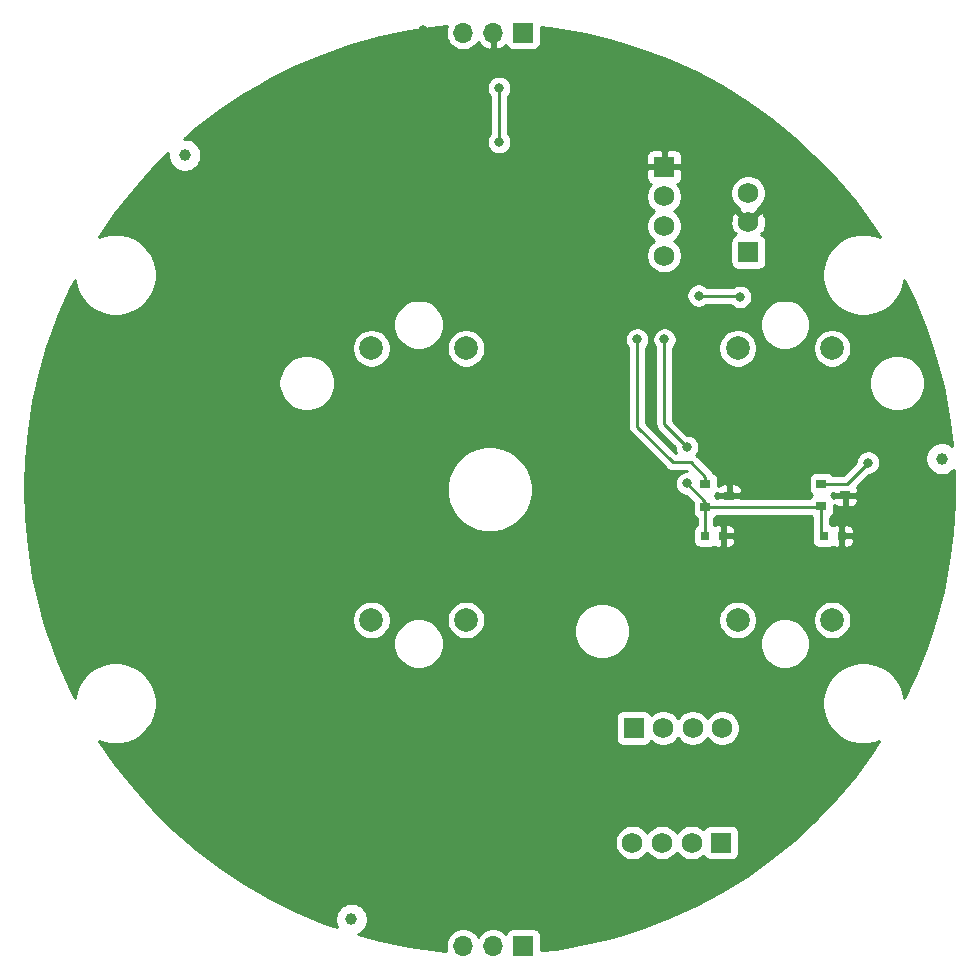
<source format=gbr>
G04 #@! TF.GenerationSoftware,KiCad,Pcbnew,(5.1.5)-3*
G04 #@! TF.CreationDate,2020-09-03T14:04:58+02:00*
G04 #@! TF.ProjectId,StepperClockMotor,53746570-7065-4724-936c-6f636b4d6f74,v1.1*
G04 #@! TF.SameCoordinates,Original*
G04 #@! TF.FileFunction,Copper,L2,Bot*
G04 #@! TF.FilePolarity,Positive*
%FSLAX46Y46*%
G04 Gerber Fmt 4.6, Leading zero omitted, Abs format (unit mm)*
G04 Created by KiCad (PCBNEW (5.1.5)-3) date 2020-09-03 14:04:58*
%MOMM*%
%LPD*%
G04 APERTURE LIST*
%ADD10C,2.000000*%
%ADD11C,1.000000*%
%ADD12R,1.750000X1.750000*%
%ADD13C,1.750000*%
%ADD14R,1.700000X1.700000*%
%ADD15O,1.700000X1.700000*%
%ADD16R,0.900000X0.800000*%
%ADD17R,0.800000X0.750000*%
%ADD18C,0.800000*%
%ADD19C,0.250000*%
%ADD20C,0.254000*%
G04 APERTURE END LIST*
D10*
X129535800Y-153980740D03*
X129535800Y-130980740D03*
X121535800Y-153980740D03*
X121535800Y-130980740D03*
X98535800Y-153980740D03*
X98535800Y-130980740D03*
X90535800Y-153980740D03*
X90535800Y-130980740D03*
D11*
X138835800Y-140320740D03*
X88835800Y-179320740D03*
X74735800Y-114620740D03*
D12*
X122435800Y-122820740D03*
D13*
X122435800Y-120320740D03*
X122435800Y-117820740D03*
D12*
X115315800Y-115620740D03*
D13*
X115315800Y-118120740D03*
X115315800Y-120620740D03*
X115315800Y-123120740D03*
D12*
X112735800Y-163120740D03*
D13*
X115235800Y-163120740D03*
X117735800Y-163120740D03*
X120235800Y-163120740D03*
D12*
X120135800Y-172820740D03*
D13*
X117635800Y-172820740D03*
X115135800Y-172820740D03*
X112635800Y-172820740D03*
D14*
X103377800Y-181550740D03*
D15*
X100837800Y-181550740D03*
X98297800Y-181550740D03*
D14*
X103375800Y-104260740D03*
D15*
X100835800Y-104260740D03*
X98295800Y-104260740D03*
D16*
X118815800Y-144400740D03*
X118815800Y-142500740D03*
X120815800Y-143450740D03*
X128635800Y-144360740D03*
X128635800Y-142460740D03*
X130635800Y-143410740D03*
D17*
X120305800Y-146860740D03*
X118805800Y-146860740D03*
X130345800Y-146860740D03*
X128845800Y-146860740D03*
D18*
X76695800Y-112380740D03*
X65095800Y-155560740D03*
X76915800Y-170300740D03*
X127635800Y-115620740D03*
X69775800Y-119520740D03*
X94935800Y-104060740D03*
X64195800Y-129770740D03*
X84235800Y-175390740D03*
X84581800Y-108144740D03*
X124135800Y-112020740D03*
X130047800Y-119828740D03*
X136651800Y-129734740D03*
X139445800Y-142688740D03*
X137413800Y-154880740D03*
X130935800Y-166220740D03*
X114299800Y-178248740D03*
X107949800Y-180280740D03*
X80009800Y-173676740D03*
X72135800Y-166818740D03*
X64007800Y-151324740D03*
X63245800Y-135576740D03*
X98551800Y-127448740D03*
X113791800Y-127702740D03*
X62565800Y-142720740D03*
X133195800Y-151330740D03*
X137025800Y-138420740D03*
X107935800Y-104930740D03*
X112145800Y-106430740D03*
X116235800Y-108020740D03*
X80715800Y-109890740D03*
X89785800Y-105590740D03*
X72575800Y-115970740D03*
X62475800Y-147030740D03*
X101735800Y-163920740D03*
X99035800Y-176620740D03*
X89835800Y-168020740D03*
X82235800Y-158220740D03*
X80735800Y-144920740D03*
X88935800Y-139220740D03*
X105735800Y-132120740D03*
X107135800Y-148320740D03*
X97835800Y-160520740D03*
X106835800Y-168120740D03*
X103435800Y-119520740D03*
X93235800Y-125220740D03*
X72035800Y-141620740D03*
X84435800Y-118920740D03*
X122235800Y-140620740D03*
X110035800Y-159220740D03*
X85135800Y-141920740D03*
X110035800Y-117320740D03*
X115335800Y-130220740D03*
X117235800Y-139320740D03*
X117235800Y-142420740D03*
X113035800Y-130220740D03*
X121735800Y-126620740D03*
X118235800Y-126520740D03*
X132587800Y-140656740D03*
X101335800Y-108920740D03*
X101335800Y-113520740D03*
D19*
X128635800Y-146650740D02*
X128845800Y-146860740D01*
X128635800Y-144360740D02*
X128635800Y-146650740D01*
X118815800Y-146850740D02*
X118805800Y-146860740D01*
X118815800Y-144400740D02*
X118815800Y-146850740D01*
X128595800Y-144400740D02*
X128635800Y-144360740D01*
X118815800Y-144400740D02*
X128595800Y-144400740D01*
X115335800Y-130220740D02*
X115335800Y-137420740D01*
X115335800Y-137420740D02*
X117235800Y-139320740D01*
X118815800Y-144000740D02*
X118815800Y-144400740D01*
X117235800Y-142420740D02*
X118815800Y-144000740D01*
X113035800Y-130220740D02*
X113035800Y-137620740D01*
X113035800Y-137620740D02*
X116035800Y-140620740D01*
X118815800Y-141850740D02*
X118815800Y-142500740D01*
X117585800Y-140620740D02*
X118815800Y-141850740D01*
X116035800Y-140620740D02*
X117585800Y-140620740D01*
X118235800Y-126520740D02*
X121635800Y-126520740D01*
X121635800Y-126520740D02*
X121735800Y-126620740D01*
X128635800Y-142460740D02*
X130783800Y-142460740D01*
X130783800Y-142460740D02*
X132587800Y-140656740D01*
X101335800Y-112955055D02*
X101335800Y-108920740D01*
X101335800Y-113520740D02*
X101335800Y-112955055D01*
D20*
G36*
X96867868Y-103827582D02*
G01*
X96810800Y-104114480D01*
X96810800Y-104407000D01*
X96867868Y-104693898D01*
X96979810Y-104964151D01*
X97142325Y-105207372D01*
X97349168Y-105414215D01*
X97592389Y-105576730D01*
X97862642Y-105688672D01*
X98149540Y-105745740D01*
X98442060Y-105745740D01*
X98728958Y-105688672D01*
X98999211Y-105576730D01*
X99242432Y-105414215D01*
X99449275Y-105207372D01*
X99570995Y-105025206D01*
X99640622Y-105142095D01*
X99835531Y-105358328D01*
X100068880Y-105532381D01*
X100331701Y-105657565D01*
X100478910Y-105702216D01*
X100708800Y-105580895D01*
X100708800Y-104387740D01*
X100688800Y-104387740D01*
X100688800Y-104133740D01*
X100708800Y-104133740D01*
X100708800Y-104113740D01*
X100962800Y-104113740D01*
X100962800Y-104133740D01*
X100982800Y-104133740D01*
X100982800Y-104387740D01*
X100962800Y-104387740D01*
X100962800Y-105580895D01*
X101192690Y-105702216D01*
X101339899Y-105657565D01*
X101602720Y-105532381D01*
X101836069Y-105358328D01*
X101911834Y-105274274D01*
X101936298Y-105354920D01*
X101995263Y-105465234D01*
X102074615Y-105561925D01*
X102171306Y-105641277D01*
X102281620Y-105700242D01*
X102401318Y-105736552D01*
X102525800Y-105748812D01*
X104225800Y-105748812D01*
X104350282Y-105736552D01*
X104469980Y-105700242D01*
X104580294Y-105641277D01*
X104676985Y-105561925D01*
X104756337Y-105465234D01*
X104815302Y-105354920D01*
X104851612Y-105235222D01*
X104863872Y-105110740D01*
X104863872Y-103780576D01*
X106124466Y-103921164D01*
X108582894Y-104354652D01*
X111008880Y-104943189D01*
X113392654Y-105684408D01*
X115724617Y-106575322D01*
X117995381Y-107612345D01*
X120195800Y-108791301D01*
X122317015Y-110107442D01*
X124350485Y-111555469D01*
X126288021Y-113129552D01*
X128121822Y-114823351D01*
X129844503Y-116630048D01*
X131449129Y-118542365D01*
X132929237Y-120552605D01*
X133579602Y-121564594D01*
X133200004Y-121407359D01*
X132528255Y-121273740D01*
X131843345Y-121273740D01*
X131171596Y-121407359D01*
X130538823Y-121669462D01*
X129969342Y-122049978D01*
X129485038Y-122534282D01*
X129104522Y-123103763D01*
X128842419Y-123736536D01*
X128708800Y-124408285D01*
X128708800Y-125093195D01*
X128842419Y-125764944D01*
X129104522Y-126397717D01*
X129485038Y-126967198D01*
X129969342Y-127451502D01*
X130538823Y-127832018D01*
X131171596Y-128094121D01*
X131843345Y-128227740D01*
X132528255Y-128227740D01*
X133200004Y-128094121D01*
X133832777Y-127832018D01*
X134402258Y-127451502D01*
X134886562Y-126967198D01*
X135267078Y-126397717D01*
X135529181Y-125764944D01*
X135648981Y-125162667D01*
X136565507Y-127088133D01*
X137493308Y-129405668D01*
X138272254Y-131777381D01*
X138899208Y-134193724D01*
X139371646Y-136644965D01*
X139687665Y-139121235D01*
X139693542Y-139213708D01*
X139497527Y-139082735D01*
X139243290Y-138977426D01*
X138973392Y-138923740D01*
X138698208Y-138923740D01*
X138428310Y-138977426D01*
X138174073Y-139082735D01*
X137945265Y-139235620D01*
X137750680Y-139430205D01*
X137597795Y-139659013D01*
X137492486Y-139913250D01*
X137438800Y-140183148D01*
X137438800Y-140458332D01*
X137492486Y-140728230D01*
X137597795Y-140982467D01*
X137750680Y-141211275D01*
X137945265Y-141405860D01*
X138174073Y-141558745D01*
X138428310Y-141664054D01*
X138698208Y-141717740D01*
X138973392Y-141717740D01*
X139243290Y-141664054D01*
X139497527Y-141558745D01*
X139726335Y-141405860D01*
X139826492Y-141305703D01*
X139845994Y-141612563D01*
X139845994Y-144108917D01*
X139687665Y-146600245D01*
X139371646Y-149076515D01*
X138899208Y-151527756D01*
X138272254Y-153944099D01*
X137493308Y-156315812D01*
X136565507Y-158633347D01*
X135640564Y-160576496D01*
X135529181Y-160016536D01*
X135267078Y-159383763D01*
X134886562Y-158814282D01*
X134402258Y-158329978D01*
X133832777Y-157949462D01*
X133200004Y-157687359D01*
X132528255Y-157553740D01*
X131843345Y-157553740D01*
X131171596Y-157687359D01*
X130538823Y-157949462D01*
X129969342Y-158329978D01*
X129485038Y-158814282D01*
X129104522Y-159383763D01*
X128842419Y-160016536D01*
X128708800Y-160688285D01*
X128708800Y-161373195D01*
X128842419Y-162044944D01*
X129104522Y-162677717D01*
X129485038Y-163247198D01*
X129969342Y-163731502D01*
X130538823Y-164112018D01*
X131171596Y-164374121D01*
X131843345Y-164507740D01*
X132528255Y-164507740D01*
X133200004Y-164374121D01*
X133527055Y-164238652D01*
X132929237Y-165168875D01*
X131449129Y-167179115D01*
X129844503Y-169091432D01*
X128121822Y-170898129D01*
X126288021Y-172591928D01*
X124350485Y-174166011D01*
X122317015Y-175614038D01*
X120195800Y-176930179D01*
X117995381Y-178109135D01*
X115724617Y-179146158D01*
X113392654Y-180037072D01*
X111008880Y-180778291D01*
X108582894Y-181366828D01*
X106124466Y-181800316D01*
X104865872Y-181940681D01*
X104865872Y-180700740D01*
X104853612Y-180576258D01*
X104817302Y-180456560D01*
X104758337Y-180346246D01*
X104678985Y-180249555D01*
X104582294Y-180170203D01*
X104471980Y-180111238D01*
X104352282Y-180074928D01*
X104227800Y-180062668D01*
X102527800Y-180062668D01*
X102403318Y-180074928D01*
X102283620Y-180111238D01*
X102173306Y-180170203D01*
X102076615Y-180249555D01*
X101997263Y-180346246D01*
X101938298Y-180456560D01*
X101916287Y-180529120D01*
X101784432Y-180397265D01*
X101541211Y-180234750D01*
X101270958Y-180122808D01*
X100984060Y-180065740D01*
X100691540Y-180065740D01*
X100404642Y-180122808D01*
X100134389Y-180234750D01*
X99891168Y-180397265D01*
X99684325Y-180604108D01*
X99567800Y-180778500D01*
X99451275Y-180604108D01*
X99244432Y-180397265D01*
X99001211Y-180234750D01*
X98730958Y-180122808D01*
X98444060Y-180065740D01*
X98151540Y-180065740D01*
X97864642Y-180122808D01*
X97594389Y-180234750D01*
X97351168Y-180397265D01*
X97144325Y-180604108D01*
X96981810Y-180847329D01*
X96869868Y-181117582D01*
X96812800Y-181404480D01*
X96812800Y-181697000D01*
X96869868Y-181983898D01*
X96882910Y-182015385D01*
X96165425Y-181958345D01*
X93694481Y-181603077D01*
X91251043Y-181091807D01*
X89427645Y-180587691D01*
X89497527Y-180558745D01*
X89726335Y-180405860D01*
X89920920Y-180211275D01*
X90073805Y-179982467D01*
X90179114Y-179728230D01*
X90232800Y-179458332D01*
X90232800Y-179183148D01*
X90179114Y-178913250D01*
X90073805Y-178659013D01*
X89920920Y-178430205D01*
X89726335Y-178235620D01*
X89497527Y-178082735D01*
X89243290Y-177977426D01*
X88973392Y-177923740D01*
X88698208Y-177923740D01*
X88428310Y-177977426D01*
X88174073Y-178082735D01*
X87945265Y-178235620D01*
X87750680Y-178430205D01*
X87597795Y-178659013D01*
X87492486Y-178913250D01*
X87438800Y-179183148D01*
X87438800Y-179458332D01*
X87492486Y-179728230D01*
X87597795Y-179982467D01*
X87608644Y-179998704D01*
X86485896Y-179610117D01*
X84183373Y-178645663D01*
X81946656Y-177537115D01*
X79784750Y-176288938D01*
X77706361Y-174906158D01*
X75719858Y-173394342D01*
X74886252Y-172672018D01*
X111125800Y-172672018D01*
X111125800Y-172969462D01*
X111183829Y-173261191D01*
X111297656Y-173535993D01*
X111462907Y-173783309D01*
X111673231Y-173993633D01*
X111920547Y-174158884D01*
X112195349Y-174272711D01*
X112487078Y-174330740D01*
X112784522Y-174330740D01*
X113076251Y-174272711D01*
X113351053Y-174158884D01*
X113598369Y-173993633D01*
X113808693Y-173783309D01*
X113885800Y-173667910D01*
X113962907Y-173783309D01*
X114173231Y-173993633D01*
X114420547Y-174158884D01*
X114695349Y-174272711D01*
X114987078Y-174330740D01*
X115284522Y-174330740D01*
X115576251Y-174272711D01*
X115851053Y-174158884D01*
X116098369Y-173993633D01*
X116308693Y-173783309D01*
X116385800Y-173667910D01*
X116462907Y-173783309D01*
X116673231Y-173993633D01*
X116920547Y-174158884D01*
X117195349Y-174272711D01*
X117487078Y-174330740D01*
X117784522Y-174330740D01*
X118076251Y-174272711D01*
X118351053Y-174158884D01*
X118598369Y-173993633D01*
X118666826Y-173925176D01*
X118671298Y-173939920D01*
X118730263Y-174050234D01*
X118809615Y-174146925D01*
X118906306Y-174226277D01*
X119016620Y-174285242D01*
X119136318Y-174321552D01*
X119260800Y-174333812D01*
X121010800Y-174333812D01*
X121135282Y-174321552D01*
X121254980Y-174285242D01*
X121365294Y-174226277D01*
X121461985Y-174146925D01*
X121541337Y-174050234D01*
X121600302Y-173939920D01*
X121636612Y-173820222D01*
X121648872Y-173695740D01*
X121648872Y-171945740D01*
X121636612Y-171821258D01*
X121600302Y-171701560D01*
X121541337Y-171591246D01*
X121461985Y-171494555D01*
X121365294Y-171415203D01*
X121254980Y-171356238D01*
X121135282Y-171319928D01*
X121010800Y-171307668D01*
X119260800Y-171307668D01*
X119136318Y-171319928D01*
X119016620Y-171356238D01*
X118906306Y-171415203D01*
X118809615Y-171494555D01*
X118730263Y-171591246D01*
X118671298Y-171701560D01*
X118666826Y-171716304D01*
X118598369Y-171647847D01*
X118351053Y-171482596D01*
X118076251Y-171368769D01*
X117784522Y-171310740D01*
X117487078Y-171310740D01*
X117195349Y-171368769D01*
X116920547Y-171482596D01*
X116673231Y-171647847D01*
X116462907Y-171858171D01*
X116385800Y-171973570D01*
X116308693Y-171858171D01*
X116098369Y-171647847D01*
X115851053Y-171482596D01*
X115576251Y-171368769D01*
X115284522Y-171310740D01*
X114987078Y-171310740D01*
X114695349Y-171368769D01*
X114420547Y-171482596D01*
X114173231Y-171647847D01*
X113962907Y-171858171D01*
X113885800Y-171973570D01*
X113808693Y-171858171D01*
X113598369Y-171647847D01*
X113351053Y-171482596D01*
X113076251Y-171368769D01*
X112784522Y-171310740D01*
X112487078Y-171310740D01*
X112195349Y-171368769D01*
X111920547Y-171482596D01*
X111673231Y-171647847D01*
X111462907Y-171858171D01*
X111297656Y-172105487D01*
X111183829Y-172380289D01*
X111125800Y-172672018D01*
X74886252Y-172672018D01*
X73833240Y-171759578D01*
X72054103Y-170008448D01*
X70389612Y-168148005D01*
X68846468Y-166185738D01*
X67498598Y-164227905D01*
X67851596Y-164374121D01*
X68523345Y-164507740D01*
X69208255Y-164507740D01*
X69880004Y-164374121D01*
X70512777Y-164112018D01*
X71082258Y-163731502D01*
X71566562Y-163247198D01*
X71947078Y-162677717D01*
X72126008Y-162245740D01*
X111222728Y-162245740D01*
X111222728Y-163995740D01*
X111234988Y-164120222D01*
X111271298Y-164239920D01*
X111330263Y-164350234D01*
X111409615Y-164446925D01*
X111506306Y-164526277D01*
X111616620Y-164585242D01*
X111736318Y-164621552D01*
X111860800Y-164633812D01*
X113610800Y-164633812D01*
X113735282Y-164621552D01*
X113854980Y-164585242D01*
X113965294Y-164526277D01*
X114061985Y-164446925D01*
X114141337Y-164350234D01*
X114200302Y-164239920D01*
X114204774Y-164225176D01*
X114273231Y-164293633D01*
X114520547Y-164458884D01*
X114795349Y-164572711D01*
X115087078Y-164630740D01*
X115384522Y-164630740D01*
X115676251Y-164572711D01*
X115951053Y-164458884D01*
X116198369Y-164293633D01*
X116408693Y-164083309D01*
X116485800Y-163967910D01*
X116562907Y-164083309D01*
X116773231Y-164293633D01*
X117020547Y-164458884D01*
X117295349Y-164572711D01*
X117587078Y-164630740D01*
X117884522Y-164630740D01*
X118176251Y-164572711D01*
X118451053Y-164458884D01*
X118698369Y-164293633D01*
X118908693Y-164083309D01*
X118985800Y-163967910D01*
X119062907Y-164083309D01*
X119273231Y-164293633D01*
X119520547Y-164458884D01*
X119795349Y-164572711D01*
X120087078Y-164630740D01*
X120384522Y-164630740D01*
X120676251Y-164572711D01*
X120951053Y-164458884D01*
X121198369Y-164293633D01*
X121408693Y-164083309D01*
X121573944Y-163835993D01*
X121687771Y-163561191D01*
X121745800Y-163269462D01*
X121745800Y-162972018D01*
X121687771Y-162680289D01*
X121573944Y-162405487D01*
X121408693Y-162158171D01*
X121198369Y-161947847D01*
X120951053Y-161782596D01*
X120676251Y-161668769D01*
X120384522Y-161610740D01*
X120087078Y-161610740D01*
X119795349Y-161668769D01*
X119520547Y-161782596D01*
X119273231Y-161947847D01*
X119062907Y-162158171D01*
X118985800Y-162273570D01*
X118908693Y-162158171D01*
X118698369Y-161947847D01*
X118451053Y-161782596D01*
X118176251Y-161668769D01*
X117884522Y-161610740D01*
X117587078Y-161610740D01*
X117295349Y-161668769D01*
X117020547Y-161782596D01*
X116773231Y-161947847D01*
X116562907Y-162158171D01*
X116485800Y-162273570D01*
X116408693Y-162158171D01*
X116198369Y-161947847D01*
X115951053Y-161782596D01*
X115676251Y-161668769D01*
X115384522Y-161610740D01*
X115087078Y-161610740D01*
X114795349Y-161668769D01*
X114520547Y-161782596D01*
X114273231Y-161947847D01*
X114204774Y-162016304D01*
X114200302Y-162001560D01*
X114141337Y-161891246D01*
X114061985Y-161794555D01*
X113965294Y-161715203D01*
X113854980Y-161656238D01*
X113735282Y-161619928D01*
X113610800Y-161607668D01*
X111860800Y-161607668D01*
X111736318Y-161619928D01*
X111616620Y-161656238D01*
X111506306Y-161715203D01*
X111409615Y-161794555D01*
X111330263Y-161891246D01*
X111271298Y-162001560D01*
X111234988Y-162121258D01*
X111222728Y-162245740D01*
X72126008Y-162245740D01*
X72209181Y-162044944D01*
X72342800Y-161373195D01*
X72342800Y-160688285D01*
X72209181Y-160016536D01*
X71947078Y-159383763D01*
X71566562Y-158814282D01*
X71082258Y-158329978D01*
X70512777Y-157949462D01*
X69880004Y-157687359D01*
X69208255Y-157553740D01*
X68523345Y-157553740D01*
X67851596Y-157687359D01*
X67218823Y-157949462D01*
X66649342Y-158329978D01*
X66165038Y-158814282D01*
X65784522Y-159383763D01*
X65522419Y-160016536D01*
X65413818Y-160562509D01*
X65004670Y-159768872D01*
X64003806Y-157481941D01*
X63380878Y-155770461D01*
X92400800Y-155770461D01*
X92400800Y-156191019D01*
X92482847Y-156603496D01*
X92643788Y-156992042D01*
X92877437Y-157341723D01*
X93174817Y-157639103D01*
X93524498Y-157872752D01*
X93913044Y-158033693D01*
X94325521Y-158115740D01*
X94746079Y-158115740D01*
X95158556Y-158033693D01*
X95547102Y-157872752D01*
X95896783Y-157639103D01*
X96194163Y-157341723D01*
X96427812Y-156992042D01*
X96588753Y-156603496D01*
X96670800Y-156191019D01*
X96670800Y-155770461D01*
X96588753Y-155357984D01*
X96427812Y-154969438D01*
X96194163Y-154619757D01*
X95896783Y-154322377D01*
X95547102Y-154088728D01*
X95158556Y-153927787D01*
X94746079Y-153845740D01*
X94325521Y-153845740D01*
X93913044Y-153927787D01*
X93524498Y-154088728D01*
X93174817Y-154322377D01*
X92877437Y-154619757D01*
X92643788Y-154969438D01*
X92482847Y-155357984D01*
X92400800Y-155770461D01*
X63380878Y-155770461D01*
X63150002Y-155136136D01*
X62763464Y-153819707D01*
X88900800Y-153819707D01*
X88900800Y-154141773D01*
X88963632Y-154457652D01*
X89086882Y-154755203D01*
X89265813Y-155022992D01*
X89493548Y-155250727D01*
X89761337Y-155429658D01*
X90058888Y-155552908D01*
X90374767Y-155615740D01*
X90696833Y-155615740D01*
X91012712Y-155552908D01*
X91310263Y-155429658D01*
X91578052Y-155250727D01*
X91805787Y-155022992D01*
X91984718Y-154755203D01*
X92107968Y-154457652D01*
X92170800Y-154141773D01*
X92170800Y-153819707D01*
X96900800Y-153819707D01*
X96900800Y-154141773D01*
X96963632Y-154457652D01*
X97086882Y-154755203D01*
X97265813Y-155022992D01*
X97493548Y-155250727D01*
X97761337Y-155429658D01*
X98058888Y-155552908D01*
X98374767Y-155615740D01*
X98696833Y-155615740D01*
X99012712Y-155552908D01*
X99310263Y-155429658D01*
X99578052Y-155250727D01*
X99805787Y-155022992D01*
X99984718Y-154755203D01*
X100013450Y-154685838D01*
X107660800Y-154685838D01*
X107660800Y-155155642D01*
X107752454Y-155616419D01*
X107932240Y-156050461D01*
X108193250Y-156441089D01*
X108525451Y-156773290D01*
X108916079Y-157034300D01*
X109350121Y-157214086D01*
X109810898Y-157305740D01*
X110280702Y-157305740D01*
X110741479Y-157214086D01*
X111175521Y-157034300D01*
X111566149Y-156773290D01*
X111898350Y-156441089D01*
X112159360Y-156050461D01*
X112275339Y-155770461D01*
X123400800Y-155770461D01*
X123400800Y-156191019D01*
X123482847Y-156603496D01*
X123643788Y-156992042D01*
X123877437Y-157341723D01*
X124174817Y-157639103D01*
X124524498Y-157872752D01*
X124913044Y-158033693D01*
X125325521Y-158115740D01*
X125746079Y-158115740D01*
X126158556Y-158033693D01*
X126547102Y-157872752D01*
X126896783Y-157639103D01*
X127194163Y-157341723D01*
X127427812Y-156992042D01*
X127588753Y-156603496D01*
X127670800Y-156191019D01*
X127670800Y-155770461D01*
X127588753Y-155357984D01*
X127427812Y-154969438D01*
X127194163Y-154619757D01*
X126896783Y-154322377D01*
X126547102Y-154088728D01*
X126158556Y-153927787D01*
X125746079Y-153845740D01*
X125325521Y-153845740D01*
X124913044Y-153927787D01*
X124524498Y-154088728D01*
X124174817Y-154322377D01*
X123877437Y-154619757D01*
X123643788Y-154969438D01*
X123482847Y-155357984D01*
X123400800Y-155770461D01*
X112275339Y-155770461D01*
X112339146Y-155616419D01*
X112430800Y-155155642D01*
X112430800Y-154685838D01*
X112339146Y-154225061D01*
X112171243Y-153819707D01*
X119900800Y-153819707D01*
X119900800Y-154141773D01*
X119963632Y-154457652D01*
X120086882Y-154755203D01*
X120265813Y-155022992D01*
X120493548Y-155250727D01*
X120761337Y-155429658D01*
X121058888Y-155552908D01*
X121374767Y-155615740D01*
X121696833Y-155615740D01*
X122012712Y-155552908D01*
X122310263Y-155429658D01*
X122578052Y-155250727D01*
X122805787Y-155022992D01*
X122984718Y-154755203D01*
X123107968Y-154457652D01*
X123170800Y-154141773D01*
X123170800Y-153819707D01*
X127900800Y-153819707D01*
X127900800Y-154141773D01*
X127963632Y-154457652D01*
X128086882Y-154755203D01*
X128265813Y-155022992D01*
X128493548Y-155250727D01*
X128761337Y-155429658D01*
X129058888Y-155552908D01*
X129374767Y-155615740D01*
X129696833Y-155615740D01*
X130012712Y-155552908D01*
X130310263Y-155429658D01*
X130578052Y-155250727D01*
X130805787Y-155022992D01*
X130984718Y-154755203D01*
X131107968Y-154457652D01*
X131170800Y-154141773D01*
X131170800Y-153819707D01*
X131107968Y-153503828D01*
X130984718Y-153206277D01*
X130805787Y-152938488D01*
X130578052Y-152710753D01*
X130310263Y-152531822D01*
X130012712Y-152408572D01*
X129696833Y-152345740D01*
X129374767Y-152345740D01*
X129058888Y-152408572D01*
X128761337Y-152531822D01*
X128493548Y-152710753D01*
X128265813Y-152938488D01*
X128086882Y-153206277D01*
X127963632Y-153503828D01*
X127900800Y-153819707D01*
X123170800Y-153819707D01*
X123107968Y-153503828D01*
X122984718Y-153206277D01*
X122805787Y-152938488D01*
X122578052Y-152710753D01*
X122310263Y-152531822D01*
X122012712Y-152408572D01*
X121696833Y-152345740D01*
X121374767Y-152345740D01*
X121058888Y-152408572D01*
X120761337Y-152531822D01*
X120493548Y-152710753D01*
X120265813Y-152938488D01*
X120086882Y-153206277D01*
X119963632Y-153503828D01*
X119900800Y-153819707D01*
X112171243Y-153819707D01*
X112159360Y-153791019D01*
X111898350Y-153400391D01*
X111566149Y-153068190D01*
X111175521Y-152807180D01*
X110741479Y-152627394D01*
X110280702Y-152535740D01*
X109810898Y-152535740D01*
X109350121Y-152627394D01*
X108916079Y-152807180D01*
X108525451Y-153068190D01*
X108193250Y-153400391D01*
X107932240Y-153791019D01*
X107752454Y-154225061D01*
X107660800Y-154685838D01*
X100013450Y-154685838D01*
X100107968Y-154457652D01*
X100170800Y-154141773D01*
X100170800Y-153819707D01*
X100107968Y-153503828D01*
X99984718Y-153206277D01*
X99805787Y-152938488D01*
X99578052Y-152710753D01*
X99310263Y-152531822D01*
X99012712Y-152408572D01*
X98696833Y-152345740D01*
X98374767Y-152345740D01*
X98058888Y-152408572D01*
X97761337Y-152531822D01*
X97493548Y-152710753D01*
X97265813Y-152938488D01*
X97086882Y-153206277D01*
X96963632Y-153503828D01*
X96900800Y-153819707D01*
X92170800Y-153819707D01*
X92107968Y-153503828D01*
X91984718Y-153206277D01*
X91805787Y-152938488D01*
X91578052Y-152710753D01*
X91310263Y-152531822D01*
X91012712Y-152408572D01*
X90696833Y-152345740D01*
X90374767Y-152345740D01*
X90058888Y-152408572D01*
X89761337Y-152531822D01*
X89493548Y-152710753D01*
X89265813Y-152938488D01*
X89086882Y-153206277D01*
X88963632Y-153503828D01*
X88900800Y-153819707D01*
X62763464Y-153819707D01*
X62446698Y-152740902D01*
X61896725Y-150305884D01*
X61502298Y-147840887D01*
X61265004Y-145355837D01*
X61185800Y-142860740D01*
X61195260Y-142562724D01*
X96900800Y-142562724D01*
X96900800Y-143278756D01*
X97040491Y-143981030D01*
X97314505Y-144642558D01*
X97712311Y-145237917D01*
X98218623Y-145744229D01*
X98813982Y-146142035D01*
X99475510Y-146416049D01*
X100177784Y-146555740D01*
X100893816Y-146555740D01*
X101596090Y-146416049D01*
X102257618Y-146142035D01*
X102852977Y-145744229D01*
X103359289Y-145237917D01*
X103757095Y-144642558D01*
X104031109Y-143981030D01*
X104170800Y-143278756D01*
X104170800Y-142562724D01*
X104031109Y-141860450D01*
X103757095Y-141198922D01*
X103359289Y-140603563D01*
X102852977Y-140097251D01*
X102257618Y-139699445D01*
X101596090Y-139425431D01*
X100893816Y-139285740D01*
X100177784Y-139285740D01*
X99475510Y-139425431D01*
X98813982Y-139699445D01*
X98218623Y-140097251D01*
X97712311Y-140603563D01*
X97314505Y-141198922D01*
X97040491Y-141860450D01*
X96900800Y-142562724D01*
X61195260Y-142562724D01*
X61265004Y-140365643D01*
X61502298Y-137880593D01*
X61896725Y-135415596D01*
X62287408Y-133685838D01*
X82660800Y-133685838D01*
X82660800Y-134155642D01*
X82752454Y-134616419D01*
X82932240Y-135050461D01*
X83193250Y-135441089D01*
X83525451Y-135773290D01*
X83916079Y-136034300D01*
X84350121Y-136214086D01*
X84810898Y-136305740D01*
X85280702Y-136305740D01*
X85741479Y-136214086D01*
X86175521Y-136034300D01*
X86566149Y-135773290D01*
X86898350Y-135441089D01*
X87159360Y-135050461D01*
X87339146Y-134616419D01*
X87430800Y-134155642D01*
X87430800Y-133685838D01*
X87339146Y-133225061D01*
X87159360Y-132791019D01*
X86898350Y-132400391D01*
X86566149Y-132068190D01*
X86175521Y-131807180D01*
X85741479Y-131627394D01*
X85280702Y-131535740D01*
X84810898Y-131535740D01*
X84350121Y-131627394D01*
X83916079Y-131807180D01*
X83525451Y-132068190D01*
X83193250Y-132400391D01*
X82932240Y-132791019D01*
X82752454Y-133225061D01*
X82660800Y-133685838D01*
X62287408Y-133685838D01*
X62446698Y-132980578D01*
X63081186Y-130819707D01*
X88900800Y-130819707D01*
X88900800Y-131141773D01*
X88963632Y-131457652D01*
X89086882Y-131755203D01*
X89265813Y-132022992D01*
X89493548Y-132250727D01*
X89761337Y-132429658D01*
X90058888Y-132552908D01*
X90374767Y-132615740D01*
X90696833Y-132615740D01*
X91012712Y-132552908D01*
X91310263Y-132429658D01*
X91578052Y-132250727D01*
X91805787Y-132022992D01*
X91984718Y-131755203D01*
X92107968Y-131457652D01*
X92170800Y-131141773D01*
X92170800Y-130819707D01*
X92107968Y-130503828D01*
X91984718Y-130206277D01*
X91805787Y-129938488D01*
X91578052Y-129710753D01*
X91310263Y-129531822D01*
X91012712Y-129408572D01*
X90696833Y-129345740D01*
X90374767Y-129345740D01*
X90058888Y-129408572D01*
X89761337Y-129531822D01*
X89493548Y-129710753D01*
X89265813Y-129938488D01*
X89086882Y-130206277D01*
X88963632Y-130503828D01*
X88900800Y-130819707D01*
X63081186Y-130819707D01*
X63150002Y-130585344D01*
X63810566Y-128770461D01*
X92400800Y-128770461D01*
X92400800Y-129191019D01*
X92482847Y-129603496D01*
X92643788Y-129992042D01*
X92877437Y-130341723D01*
X93174817Y-130639103D01*
X93524498Y-130872752D01*
X93913044Y-131033693D01*
X94325521Y-131115740D01*
X94746079Y-131115740D01*
X95158556Y-131033693D01*
X95547102Y-130872752D01*
X95626489Y-130819707D01*
X96900800Y-130819707D01*
X96900800Y-131141773D01*
X96963632Y-131457652D01*
X97086882Y-131755203D01*
X97265813Y-132022992D01*
X97493548Y-132250727D01*
X97761337Y-132429658D01*
X98058888Y-132552908D01*
X98374767Y-132615740D01*
X98696833Y-132615740D01*
X99012712Y-132552908D01*
X99310263Y-132429658D01*
X99578052Y-132250727D01*
X99805787Y-132022992D01*
X99984718Y-131755203D01*
X100107968Y-131457652D01*
X100170800Y-131141773D01*
X100170800Y-130819707D01*
X100107968Y-130503828D01*
X99984718Y-130206277D01*
X99926269Y-130118801D01*
X112000800Y-130118801D01*
X112000800Y-130322679D01*
X112040574Y-130522638D01*
X112118595Y-130710996D01*
X112231863Y-130880514D01*
X112275800Y-130924451D01*
X112275801Y-137583408D01*
X112272124Y-137620740D01*
X112286798Y-137769725D01*
X112330254Y-137912986D01*
X112400826Y-138045016D01*
X112472001Y-138131742D01*
X112495800Y-138160741D01*
X112524798Y-138184539D01*
X115472000Y-141131742D01*
X115495799Y-141160741D01*
X115611524Y-141255714D01*
X115743553Y-141326286D01*
X115886814Y-141369743D01*
X115998467Y-141380740D01*
X115998475Y-141380740D01*
X116035800Y-141384416D01*
X116073125Y-141380740D01*
X117270999Y-141380740D01*
X117275999Y-141385740D01*
X117133861Y-141385740D01*
X116933902Y-141425514D01*
X116745544Y-141503535D01*
X116576026Y-141616803D01*
X116431863Y-141760966D01*
X116318595Y-141930484D01*
X116240574Y-142118842D01*
X116200800Y-142318801D01*
X116200800Y-142522679D01*
X116240574Y-142722638D01*
X116318595Y-142910996D01*
X116431863Y-143080514D01*
X116576026Y-143224677D01*
X116745544Y-143337945D01*
X116933902Y-143415966D01*
X117133861Y-143455740D01*
X117195998Y-143455740D01*
X117728918Y-143988660D01*
X117727728Y-144000740D01*
X117727728Y-144800740D01*
X117739988Y-144925222D01*
X117776298Y-145044920D01*
X117835263Y-145155234D01*
X117914615Y-145251925D01*
X118011306Y-145331277D01*
X118055800Y-145355060D01*
X118055801Y-145952801D01*
X118051306Y-145955203D01*
X117954615Y-146034555D01*
X117875263Y-146131246D01*
X117816298Y-146241560D01*
X117779988Y-146361258D01*
X117767728Y-146485740D01*
X117767728Y-147235740D01*
X117779988Y-147360222D01*
X117816298Y-147479920D01*
X117875263Y-147590234D01*
X117954615Y-147686925D01*
X118051306Y-147766277D01*
X118161620Y-147825242D01*
X118281318Y-147861552D01*
X118405800Y-147873812D01*
X119205800Y-147873812D01*
X119330282Y-147861552D01*
X119449980Y-147825242D01*
X119555800Y-147768679D01*
X119661620Y-147825242D01*
X119781318Y-147861552D01*
X119905800Y-147873812D01*
X120020050Y-147870740D01*
X120178800Y-147711990D01*
X120178800Y-146987740D01*
X120432800Y-146987740D01*
X120432800Y-147711990D01*
X120591550Y-147870740D01*
X120705800Y-147873812D01*
X120830282Y-147861552D01*
X120949980Y-147825242D01*
X121060294Y-147766277D01*
X121156985Y-147686925D01*
X121236337Y-147590234D01*
X121295302Y-147479920D01*
X121331612Y-147360222D01*
X121343872Y-147235740D01*
X121340800Y-147146490D01*
X121182050Y-146987740D01*
X120432800Y-146987740D01*
X120178800Y-146987740D01*
X120158800Y-146987740D01*
X120158800Y-146733740D01*
X120178800Y-146733740D01*
X120178800Y-146009490D01*
X120432800Y-146009490D01*
X120432800Y-146733740D01*
X121182050Y-146733740D01*
X121340800Y-146574990D01*
X121343872Y-146485740D01*
X121331612Y-146361258D01*
X121295302Y-146241560D01*
X121236337Y-146131246D01*
X121156985Y-146034555D01*
X121060294Y-145955203D01*
X120949980Y-145896238D01*
X120830282Y-145859928D01*
X120705800Y-145847668D01*
X120591550Y-145850740D01*
X120432800Y-146009490D01*
X120178800Y-146009490D01*
X120020050Y-145850740D01*
X119905800Y-145847668D01*
X119781318Y-145859928D01*
X119661620Y-145896238D01*
X119575800Y-145942110D01*
X119575800Y-145355060D01*
X119620294Y-145331277D01*
X119716985Y-145251925D01*
X119791818Y-145160740D01*
X127692609Y-145160740D01*
X127734615Y-145211925D01*
X127831306Y-145291277D01*
X127875800Y-145315060D01*
X127875801Y-146205073D01*
X127856298Y-146241560D01*
X127819988Y-146361258D01*
X127807728Y-146485740D01*
X127807728Y-147235740D01*
X127819988Y-147360222D01*
X127856298Y-147479920D01*
X127915263Y-147590234D01*
X127994615Y-147686925D01*
X128091306Y-147766277D01*
X128201620Y-147825242D01*
X128321318Y-147861552D01*
X128445800Y-147873812D01*
X129245800Y-147873812D01*
X129370282Y-147861552D01*
X129489980Y-147825242D01*
X129595800Y-147768679D01*
X129701620Y-147825242D01*
X129821318Y-147861552D01*
X129945800Y-147873812D01*
X130060050Y-147870740D01*
X130218800Y-147711990D01*
X130218800Y-146987740D01*
X130472800Y-146987740D01*
X130472800Y-147711990D01*
X130631550Y-147870740D01*
X130745800Y-147873812D01*
X130870282Y-147861552D01*
X130989980Y-147825242D01*
X131100294Y-147766277D01*
X131196985Y-147686925D01*
X131276337Y-147590234D01*
X131335302Y-147479920D01*
X131371612Y-147360222D01*
X131383872Y-147235740D01*
X131380800Y-147146490D01*
X131222050Y-146987740D01*
X130472800Y-146987740D01*
X130218800Y-146987740D01*
X130198800Y-146987740D01*
X130198800Y-146733740D01*
X130218800Y-146733740D01*
X130218800Y-146009490D01*
X130472800Y-146009490D01*
X130472800Y-146733740D01*
X131222050Y-146733740D01*
X131380800Y-146574990D01*
X131383872Y-146485740D01*
X131371612Y-146361258D01*
X131335302Y-146241560D01*
X131276337Y-146131246D01*
X131196985Y-146034555D01*
X131100294Y-145955203D01*
X130989980Y-145896238D01*
X130870282Y-145859928D01*
X130745800Y-145847668D01*
X130631550Y-145850740D01*
X130472800Y-146009490D01*
X130218800Y-146009490D01*
X130060050Y-145850740D01*
X129945800Y-145847668D01*
X129821318Y-145859928D01*
X129701620Y-145896238D01*
X129595800Y-145952801D01*
X129489980Y-145896238D01*
X129395800Y-145867669D01*
X129395800Y-145315060D01*
X129440294Y-145291277D01*
X129536985Y-145211925D01*
X129616337Y-145115234D01*
X129675302Y-145004920D01*
X129711612Y-144885222D01*
X129723872Y-144760740D01*
X129723872Y-144248835D01*
X129734615Y-144261925D01*
X129831306Y-144341277D01*
X129941620Y-144400242D01*
X130061318Y-144436552D01*
X130185800Y-144448812D01*
X130350050Y-144445740D01*
X130508800Y-144286990D01*
X130508800Y-143537740D01*
X130762800Y-143537740D01*
X130762800Y-144286990D01*
X130921550Y-144445740D01*
X131085800Y-144448812D01*
X131210282Y-144436552D01*
X131329980Y-144400242D01*
X131440294Y-144341277D01*
X131536985Y-144261925D01*
X131616337Y-144165234D01*
X131675302Y-144054920D01*
X131711612Y-143935222D01*
X131723872Y-143810740D01*
X131720800Y-143696490D01*
X131562050Y-143537740D01*
X130762800Y-143537740D01*
X130508800Y-143537740D01*
X129709550Y-143537740D01*
X129624943Y-143622347D01*
X129616337Y-143606246D01*
X129536985Y-143509555D01*
X129440294Y-143430203D01*
X129403882Y-143410740D01*
X129440294Y-143391277D01*
X129536985Y-143311925D01*
X129611818Y-143220740D01*
X129646550Y-143220740D01*
X129709550Y-143283740D01*
X130508800Y-143283740D01*
X130508800Y-143263740D01*
X130762800Y-143263740D01*
X130762800Y-143283740D01*
X131562050Y-143283740D01*
X131720800Y-143124990D01*
X131723872Y-143010740D01*
X131711612Y-142886258D01*
X131675302Y-142766560D01*
X131632624Y-142686717D01*
X132627602Y-141691740D01*
X132689739Y-141691740D01*
X132889698Y-141651966D01*
X133078056Y-141573945D01*
X133247574Y-141460677D01*
X133391737Y-141316514D01*
X133505005Y-141146996D01*
X133583026Y-140958638D01*
X133622800Y-140758679D01*
X133622800Y-140554801D01*
X133583026Y-140354842D01*
X133505005Y-140166484D01*
X133391737Y-139996966D01*
X133247574Y-139852803D01*
X133078056Y-139739535D01*
X132889698Y-139661514D01*
X132689739Y-139621740D01*
X132485861Y-139621740D01*
X132285902Y-139661514D01*
X132097544Y-139739535D01*
X131928026Y-139852803D01*
X131783863Y-139996966D01*
X131670595Y-140166484D01*
X131592574Y-140354842D01*
X131552800Y-140554801D01*
X131552800Y-140616938D01*
X130468999Y-141700740D01*
X129611818Y-141700740D01*
X129536985Y-141609555D01*
X129440294Y-141530203D01*
X129329980Y-141471238D01*
X129210282Y-141434928D01*
X129085800Y-141422668D01*
X128185800Y-141422668D01*
X128061318Y-141434928D01*
X127941620Y-141471238D01*
X127831306Y-141530203D01*
X127734615Y-141609555D01*
X127655263Y-141706246D01*
X127596298Y-141816560D01*
X127559988Y-141936258D01*
X127547728Y-142060740D01*
X127547728Y-142860740D01*
X127559988Y-142985222D01*
X127596298Y-143104920D01*
X127655263Y-143215234D01*
X127734615Y-143311925D01*
X127831306Y-143391277D01*
X127867718Y-143410740D01*
X127831306Y-143430203D01*
X127734615Y-143509555D01*
X127655263Y-143606246D01*
X127636825Y-143640740D01*
X121805050Y-143640740D01*
X121742050Y-143577740D01*
X120942800Y-143577740D01*
X120942800Y-143597740D01*
X120688800Y-143597740D01*
X120688800Y-143577740D01*
X119889550Y-143577740D01*
X119826550Y-143640740D01*
X119791818Y-143640740D01*
X119716985Y-143549555D01*
X119620294Y-143470203D01*
X119583882Y-143450740D01*
X119620294Y-143431277D01*
X119716985Y-143351925D01*
X119796337Y-143255234D01*
X119804943Y-143239133D01*
X119889550Y-143323740D01*
X120688800Y-143323740D01*
X120688800Y-142574490D01*
X120942800Y-142574490D01*
X120942800Y-143323740D01*
X121742050Y-143323740D01*
X121900800Y-143164990D01*
X121903872Y-143050740D01*
X121891612Y-142926258D01*
X121855302Y-142806560D01*
X121796337Y-142696246D01*
X121716985Y-142599555D01*
X121620294Y-142520203D01*
X121509980Y-142461238D01*
X121390282Y-142424928D01*
X121265800Y-142412668D01*
X121101550Y-142415740D01*
X120942800Y-142574490D01*
X120688800Y-142574490D01*
X120530050Y-142415740D01*
X120365800Y-142412668D01*
X120241318Y-142424928D01*
X120121620Y-142461238D01*
X120011306Y-142520203D01*
X119914615Y-142599555D01*
X119903872Y-142612645D01*
X119903872Y-142100740D01*
X119891612Y-141976258D01*
X119855302Y-141856560D01*
X119796337Y-141746246D01*
X119716985Y-141649555D01*
X119620294Y-141570203D01*
X119509980Y-141511238D01*
X119493399Y-141506208D01*
X119450774Y-141426464D01*
X119355801Y-141310739D01*
X119326804Y-141286942D01*
X118149604Y-140109743D01*
X118125801Y-140080739D01*
X118023483Y-139996768D01*
X118039737Y-139980514D01*
X118153005Y-139810996D01*
X118231026Y-139622638D01*
X118270800Y-139422679D01*
X118270800Y-139218801D01*
X118231026Y-139018842D01*
X118153005Y-138830484D01*
X118039737Y-138660966D01*
X117895574Y-138516803D01*
X117726056Y-138403535D01*
X117537698Y-138325514D01*
X117337739Y-138285740D01*
X117275602Y-138285740D01*
X116095800Y-137105939D01*
X116095800Y-133685838D01*
X132660800Y-133685838D01*
X132660800Y-134155642D01*
X132752454Y-134616419D01*
X132932240Y-135050461D01*
X133193250Y-135441089D01*
X133525451Y-135773290D01*
X133916079Y-136034300D01*
X134350121Y-136214086D01*
X134810898Y-136305740D01*
X135280702Y-136305740D01*
X135741479Y-136214086D01*
X136175521Y-136034300D01*
X136566149Y-135773290D01*
X136898350Y-135441089D01*
X137159360Y-135050461D01*
X137339146Y-134616419D01*
X137430800Y-134155642D01*
X137430800Y-133685838D01*
X137339146Y-133225061D01*
X137159360Y-132791019D01*
X136898350Y-132400391D01*
X136566149Y-132068190D01*
X136175521Y-131807180D01*
X135741479Y-131627394D01*
X135280702Y-131535740D01*
X134810898Y-131535740D01*
X134350121Y-131627394D01*
X133916079Y-131807180D01*
X133525451Y-132068190D01*
X133193250Y-132400391D01*
X132932240Y-132791019D01*
X132752454Y-133225061D01*
X132660800Y-133685838D01*
X116095800Y-133685838D01*
X116095800Y-130924451D01*
X116139737Y-130880514D01*
X116180366Y-130819707D01*
X119900800Y-130819707D01*
X119900800Y-131141773D01*
X119963632Y-131457652D01*
X120086882Y-131755203D01*
X120265813Y-132022992D01*
X120493548Y-132250727D01*
X120761337Y-132429658D01*
X121058888Y-132552908D01*
X121374767Y-132615740D01*
X121696833Y-132615740D01*
X122012712Y-132552908D01*
X122310263Y-132429658D01*
X122578052Y-132250727D01*
X122805787Y-132022992D01*
X122984718Y-131755203D01*
X123107968Y-131457652D01*
X123170800Y-131141773D01*
X123170800Y-130819707D01*
X123107968Y-130503828D01*
X122984718Y-130206277D01*
X122805787Y-129938488D01*
X122578052Y-129710753D01*
X122310263Y-129531822D01*
X122012712Y-129408572D01*
X121696833Y-129345740D01*
X121374767Y-129345740D01*
X121058888Y-129408572D01*
X120761337Y-129531822D01*
X120493548Y-129710753D01*
X120265813Y-129938488D01*
X120086882Y-130206277D01*
X119963632Y-130503828D01*
X119900800Y-130819707D01*
X116180366Y-130819707D01*
X116253005Y-130710996D01*
X116331026Y-130522638D01*
X116370800Y-130322679D01*
X116370800Y-130118801D01*
X116331026Y-129918842D01*
X116253005Y-129730484D01*
X116139737Y-129560966D01*
X115995574Y-129416803D01*
X115826056Y-129303535D01*
X115637698Y-129225514D01*
X115437739Y-129185740D01*
X115233861Y-129185740D01*
X115033902Y-129225514D01*
X114845544Y-129303535D01*
X114676026Y-129416803D01*
X114531863Y-129560966D01*
X114418595Y-129730484D01*
X114340574Y-129918842D01*
X114300800Y-130118801D01*
X114300800Y-130322679D01*
X114340574Y-130522638D01*
X114418595Y-130710996D01*
X114531863Y-130880514D01*
X114575800Y-130924451D01*
X114575801Y-137383408D01*
X114572124Y-137420740D01*
X114586798Y-137569725D01*
X114630254Y-137712986D01*
X114700826Y-137845016D01*
X114756609Y-137912987D01*
X114795800Y-137960741D01*
X114824798Y-137984539D01*
X116200800Y-139360542D01*
X116200800Y-139422679D01*
X116240574Y-139622638D01*
X116318595Y-139810996D01*
X116351833Y-139860740D01*
X116350602Y-139860740D01*
X113795800Y-137305939D01*
X113795800Y-130924451D01*
X113839737Y-130880514D01*
X113953005Y-130710996D01*
X114031026Y-130522638D01*
X114070800Y-130322679D01*
X114070800Y-130118801D01*
X114031026Y-129918842D01*
X113953005Y-129730484D01*
X113839737Y-129560966D01*
X113695574Y-129416803D01*
X113526056Y-129303535D01*
X113337698Y-129225514D01*
X113137739Y-129185740D01*
X112933861Y-129185740D01*
X112733902Y-129225514D01*
X112545544Y-129303535D01*
X112376026Y-129416803D01*
X112231863Y-129560966D01*
X112118595Y-129730484D01*
X112040574Y-129918842D01*
X112000800Y-130118801D01*
X99926269Y-130118801D01*
X99805787Y-129938488D01*
X99578052Y-129710753D01*
X99310263Y-129531822D01*
X99012712Y-129408572D01*
X98696833Y-129345740D01*
X98374767Y-129345740D01*
X98058888Y-129408572D01*
X97761337Y-129531822D01*
X97493548Y-129710753D01*
X97265813Y-129938488D01*
X97086882Y-130206277D01*
X96963632Y-130503828D01*
X96900800Y-130819707D01*
X95626489Y-130819707D01*
X95896783Y-130639103D01*
X96194163Y-130341723D01*
X96427812Y-129992042D01*
X96588753Y-129603496D01*
X96670800Y-129191019D01*
X96670800Y-128770461D01*
X123400800Y-128770461D01*
X123400800Y-129191019D01*
X123482847Y-129603496D01*
X123643788Y-129992042D01*
X123877437Y-130341723D01*
X124174817Y-130639103D01*
X124524498Y-130872752D01*
X124913044Y-131033693D01*
X125325521Y-131115740D01*
X125746079Y-131115740D01*
X126158556Y-131033693D01*
X126547102Y-130872752D01*
X126626489Y-130819707D01*
X127900800Y-130819707D01*
X127900800Y-131141773D01*
X127963632Y-131457652D01*
X128086882Y-131755203D01*
X128265813Y-132022992D01*
X128493548Y-132250727D01*
X128761337Y-132429658D01*
X129058888Y-132552908D01*
X129374767Y-132615740D01*
X129696833Y-132615740D01*
X130012712Y-132552908D01*
X130310263Y-132429658D01*
X130578052Y-132250727D01*
X130805787Y-132022992D01*
X130984718Y-131755203D01*
X131107968Y-131457652D01*
X131170800Y-131141773D01*
X131170800Y-130819707D01*
X131107968Y-130503828D01*
X130984718Y-130206277D01*
X130805787Y-129938488D01*
X130578052Y-129710753D01*
X130310263Y-129531822D01*
X130012712Y-129408572D01*
X129696833Y-129345740D01*
X129374767Y-129345740D01*
X129058888Y-129408572D01*
X128761337Y-129531822D01*
X128493548Y-129710753D01*
X128265813Y-129938488D01*
X128086882Y-130206277D01*
X127963632Y-130503828D01*
X127900800Y-130819707D01*
X126626489Y-130819707D01*
X126896783Y-130639103D01*
X127194163Y-130341723D01*
X127427812Y-129992042D01*
X127588753Y-129603496D01*
X127670800Y-129191019D01*
X127670800Y-128770461D01*
X127588753Y-128357984D01*
X127427812Y-127969438D01*
X127194163Y-127619757D01*
X126896783Y-127322377D01*
X126547102Y-127088728D01*
X126158556Y-126927787D01*
X125746079Y-126845740D01*
X125325521Y-126845740D01*
X124913044Y-126927787D01*
X124524498Y-127088728D01*
X124174817Y-127322377D01*
X123877437Y-127619757D01*
X123643788Y-127969438D01*
X123482847Y-128357984D01*
X123400800Y-128770461D01*
X96670800Y-128770461D01*
X96588753Y-128357984D01*
X96427812Y-127969438D01*
X96194163Y-127619757D01*
X95896783Y-127322377D01*
X95547102Y-127088728D01*
X95158556Y-126927787D01*
X94746079Y-126845740D01*
X94325521Y-126845740D01*
X93913044Y-126927787D01*
X93524498Y-127088728D01*
X93174817Y-127322377D01*
X92877437Y-127619757D01*
X92643788Y-127969438D01*
X92482847Y-128357984D01*
X92400800Y-128770461D01*
X63810566Y-128770461D01*
X64003806Y-128239539D01*
X65004670Y-125952608D01*
X65405206Y-125175676D01*
X65522419Y-125764944D01*
X65784522Y-126397717D01*
X66165038Y-126967198D01*
X66649342Y-127451502D01*
X67218823Y-127832018D01*
X67851596Y-128094121D01*
X68523345Y-128227740D01*
X69208255Y-128227740D01*
X69880004Y-128094121D01*
X70512777Y-127832018D01*
X71082258Y-127451502D01*
X71566562Y-126967198D01*
X71932990Y-126418801D01*
X117200800Y-126418801D01*
X117200800Y-126622679D01*
X117240574Y-126822638D01*
X117318595Y-127010996D01*
X117431863Y-127180514D01*
X117576026Y-127324677D01*
X117745544Y-127437945D01*
X117933902Y-127515966D01*
X118133861Y-127555740D01*
X118337739Y-127555740D01*
X118537698Y-127515966D01*
X118726056Y-127437945D01*
X118895574Y-127324677D01*
X118939511Y-127280740D01*
X120932089Y-127280740D01*
X121076026Y-127424677D01*
X121245544Y-127537945D01*
X121433902Y-127615966D01*
X121633861Y-127655740D01*
X121837739Y-127655740D01*
X122037698Y-127615966D01*
X122226056Y-127537945D01*
X122395574Y-127424677D01*
X122539737Y-127280514D01*
X122653005Y-127110996D01*
X122731026Y-126922638D01*
X122770800Y-126722679D01*
X122770800Y-126518801D01*
X122731026Y-126318842D01*
X122653005Y-126130484D01*
X122539737Y-125960966D01*
X122395574Y-125816803D01*
X122226056Y-125703535D01*
X122037698Y-125625514D01*
X121837739Y-125585740D01*
X121633861Y-125585740D01*
X121433902Y-125625514D01*
X121245544Y-125703535D01*
X121159930Y-125760740D01*
X118939511Y-125760740D01*
X118895574Y-125716803D01*
X118726056Y-125603535D01*
X118537698Y-125525514D01*
X118337739Y-125485740D01*
X118133861Y-125485740D01*
X117933902Y-125525514D01*
X117745544Y-125603535D01*
X117576026Y-125716803D01*
X117431863Y-125860966D01*
X117318595Y-126030484D01*
X117240574Y-126218842D01*
X117200800Y-126418801D01*
X71932990Y-126418801D01*
X71947078Y-126397717D01*
X72209181Y-125764944D01*
X72342800Y-125093195D01*
X72342800Y-124408285D01*
X72209181Y-123736536D01*
X71947078Y-123103763D01*
X71566562Y-122534282D01*
X71082258Y-122049978D01*
X70512777Y-121669462D01*
X69880004Y-121407359D01*
X69208255Y-121273740D01*
X68523345Y-121273740D01*
X67851596Y-121407359D01*
X67440813Y-121577511D01*
X68846468Y-119535742D01*
X70389612Y-117573475D01*
X71353834Y-116495740D01*
X113802728Y-116495740D01*
X113814988Y-116620222D01*
X113851298Y-116739920D01*
X113910263Y-116850234D01*
X113989615Y-116946925D01*
X114086306Y-117026277D01*
X114196620Y-117085242D01*
X114211364Y-117089714D01*
X114142907Y-117158171D01*
X113977656Y-117405487D01*
X113863829Y-117680289D01*
X113805800Y-117972018D01*
X113805800Y-118269462D01*
X113863829Y-118561191D01*
X113977656Y-118835993D01*
X114142907Y-119083309D01*
X114353231Y-119293633D01*
X114468630Y-119370740D01*
X114353231Y-119447847D01*
X114142907Y-119658171D01*
X113977656Y-119905487D01*
X113863829Y-120180289D01*
X113805800Y-120472018D01*
X113805800Y-120769462D01*
X113863829Y-121061191D01*
X113977656Y-121335993D01*
X114142907Y-121583309D01*
X114353231Y-121793633D01*
X114468630Y-121870740D01*
X114353231Y-121947847D01*
X114142907Y-122158171D01*
X113977656Y-122405487D01*
X113863829Y-122680289D01*
X113805800Y-122972018D01*
X113805800Y-123269462D01*
X113863829Y-123561191D01*
X113977656Y-123835993D01*
X114142907Y-124083309D01*
X114353231Y-124293633D01*
X114600547Y-124458884D01*
X114875349Y-124572711D01*
X115167078Y-124630740D01*
X115464522Y-124630740D01*
X115756251Y-124572711D01*
X116031053Y-124458884D01*
X116278369Y-124293633D01*
X116488693Y-124083309D01*
X116653944Y-123835993D01*
X116767771Y-123561191D01*
X116825800Y-123269462D01*
X116825800Y-122972018D01*
X116767771Y-122680289D01*
X116653944Y-122405487D01*
X116488693Y-122158171D01*
X116278369Y-121947847D01*
X116162970Y-121870740D01*
X116278369Y-121793633D01*
X116488693Y-121583309D01*
X116653944Y-121335993D01*
X116767771Y-121061191D01*
X116825800Y-120769462D01*
X116825800Y-120472018D01*
X116809144Y-120388283D01*
X120919996Y-120388283D01*
X120962299Y-120682703D01*
X121061228Y-120963214D01*
X121137932Y-121106715D01*
X121389558Y-121187374D01*
X121273533Y-121303399D01*
X121324102Y-121353968D01*
X121316620Y-121356238D01*
X121206306Y-121415203D01*
X121109615Y-121494555D01*
X121030263Y-121591246D01*
X120971298Y-121701560D01*
X120934988Y-121821258D01*
X120922728Y-121945740D01*
X120922728Y-123695740D01*
X120934988Y-123820222D01*
X120971298Y-123939920D01*
X121030263Y-124050234D01*
X121109615Y-124146925D01*
X121206306Y-124226277D01*
X121316620Y-124285242D01*
X121436318Y-124321552D01*
X121560800Y-124333812D01*
X123310800Y-124333812D01*
X123435282Y-124321552D01*
X123554980Y-124285242D01*
X123665294Y-124226277D01*
X123761985Y-124146925D01*
X123841337Y-124050234D01*
X123900302Y-123939920D01*
X123936612Y-123820222D01*
X123948872Y-123695740D01*
X123948872Y-121945740D01*
X123936612Y-121821258D01*
X123900302Y-121701560D01*
X123841337Y-121591246D01*
X123761985Y-121494555D01*
X123665294Y-121415203D01*
X123554980Y-121356238D01*
X123547498Y-121353968D01*
X123598067Y-121303399D01*
X123482042Y-121187374D01*
X123733668Y-121106715D01*
X123862067Y-120838411D01*
X123935655Y-120550214D01*
X123951604Y-120253197D01*
X123909301Y-119958777D01*
X123810372Y-119678266D01*
X123733668Y-119534765D01*
X123482040Y-119454105D01*
X122615405Y-120320740D01*
X122629548Y-120334883D01*
X122449943Y-120514488D01*
X122435800Y-120500345D01*
X122421658Y-120514488D01*
X122242053Y-120334883D01*
X122256195Y-120320740D01*
X121389560Y-119454105D01*
X121137932Y-119534765D01*
X121009533Y-119803069D01*
X120935945Y-120091266D01*
X120919996Y-120388283D01*
X116809144Y-120388283D01*
X116767771Y-120180289D01*
X116653944Y-119905487D01*
X116488693Y-119658171D01*
X116278369Y-119447847D01*
X116162970Y-119370740D01*
X116278369Y-119293633D01*
X116488693Y-119083309D01*
X116653944Y-118835993D01*
X116767771Y-118561191D01*
X116825800Y-118269462D01*
X116825800Y-117972018D01*
X116767771Y-117680289D01*
X116764346Y-117672018D01*
X120925800Y-117672018D01*
X120925800Y-117969462D01*
X120983829Y-118261191D01*
X121097656Y-118535993D01*
X121262907Y-118783309D01*
X121473231Y-118993633D01*
X121626393Y-119095972D01*
X121569165Y-119274500D01*
X122435800Y-120141135D01*
X123302435Y-119274500D01*
X123245207Y-119095972D01*
X123398369Y-118993633D01*
X123608693Y-118783309D01*
X123773944Y-118535993D01*
X123887771Y-118261191D01*
X123945800Y-117969462D01*
X123945800Y-117672018D01*
X123887771Y-117380289D01*
X123773944Y-117105487D01*
X123608693Y-116858171D01*
X123398369Y-116647847D01*
X123151053Y-116482596D01*
X122876251Y-116368769D01*
X122584522Y-116310740D01*
X122287078Y-116310740D01*
X121995349Y-116368769D01*
X121720547Y-116482596D01*
X121473231Y-116647847D01*
X121262907Y-116858171D01*
X121097656Y-117105487D01*
X120983829Y-117380289D01*
X120925800Y-117672018D01*
X116764346Y-117672018D01*
X116653944Y-117405487D01*
X116488693Y-117158171D01*
X116420236Y-117089714D01*
X116434980Y-117085242D01*
X116545294Y-117026277D01*
X116641985Y-116946925D01*
X116721337Y-116850234D01*
X116780302Y-116739920D01*
X116816612Y-116620222D01*
X116828872Y-116495740D01*
X116825800Y-115906490D01*
X116667050Y-115747740D01*
X115442800Y-115747740D01*
X115442800Y-115767740D01*
X115188800Y-115767740D01*
X115188800Y-115747740D01*
X113964550Y-115747740D01*
X113805800Y-115906490D01*
X113802728Y-116495740D01*
X71353834Y-116495740D01*
X72054103Y-115713032D01*
X73347355Y-114440138D01*
X73338800Y-114483148D01*
X73338800Y-114758332D01*
X73392486Y-115028230D01*
X73497795Y-115282467D01*
X73650680Y-115511275D01*
X73845265Y-115705860D01*
X74074073Y-115858745D01*
X74328310Y-115964054D01*
X74598208Y-116017740D01*
X74873392Y-116017740D01*
X75143290Y-115964054D01*
X75397527Y-115858745D01*
X75626335Y-115705860D01*
X75820920Y-115511275D01*
X75973805Y-115282467D01*
X76079114Y-115028230D01*
X76132800Y-114758332D01*
X76132800Y-114745740D01*
X113802728Y-114745740D01*
X113805800Y-115334990D01*
X113964550Y-115493740D01*
X115188800Y-115493740D01*
X115188800Y-114269490D01*
X115442800Y-114269490D01*
X115442800Y-115493740D01*
X116667050Y-115493740D01*
X116825800Y-115334990D01*
X116828872Y-114745740D01*
X116816612Y-114621258D01*
X116780302Y-114501560D01*
X116721337Y-114391246D01*
X116641985Y-114294555D01*
X116545294Y-114215203D01*
X116434980Y-114156238D01*
X116315282Y-114119928D01*
X116190800Y-114107668D01*
X115601550Y-114110740D01*
X115442800Y-114269490D01*
X115188800Y-114269490D01*
X115030050Y-114110740D01*
X114440800Y-114107668D01*
X114316318Y-114119928D01*
X114196620Y-114156238D01*
X114086306Y-114215203D01*
X113989615Y-114294555D01*
X113910263Y-114391246D01*
X113851298Y-114501560D01*
X113814988Y-114621258D01*
X113802728Y-114745740D01*
X76132800Y-114745740D01*
X76132800Y-114483148D01*
X76079114Y-114213250D01*
X75973805Y-113959013D01*
X75820920Y-113730205D01*
X75626335Y-113535620D01*
X75397527Y-113382735D01*
X75143290Y-113277426D01*
X74873392Y-113223740D01*
X74685124Y-113223740D01*
X75719858Y-112327138D01*
X77706361Y-110815322D01*
X79784750Y-109432542D01*
X80847780Y-108818801D01*
X100300800Y-108818801D01*
X100300800Y-109022679D01*
X100340574Y-109222638D01*
X100418595Y-109410996D01*
X100531863Y-109580514D01*
X100575801Y-109624452D01*
X100575800Y-112817029D01*
X100531863Y-112860966D01*
X100418595Y-113030484D01*
X100340574Y-113218842D01*
X100300800Y-113418801D01*
X100300800Y-113622679D01*
X100340574Y-113822638D01*
X100418595Y-114010996D01*
X100531863Y-114180514D01*
X100676026Y-114324677D01*
X100845544Y-114437945D01*
X101033902Y-114515966D01*
X101233861Y-114555740D01*
X101437739Y-114555740D01*
X101637698Y-114515966D01*
X101826056Y-114437945D01*
X101995574Y-114324677D01*
X102139737Y-114180514D01*
X102253005Y-114010996D01*
X102331026Y-113822638D01*
X102370800Y-113622679D01*
X102370800Y-113418801D01*
X102331026Y-113218842D01*
X102253005Y-113030484D01*
X102139737Y-112860966D01*
X102095800Y-112817029D01*
X102095800Y-109624451D01*
X102139737Y-109580514D01*
X102253005Y-109410996D01*
X102331026Y-109222638D01*
X102370800Y-109022679D01*
X102370800Y-108818801D01*
X102331026Y-108618842D01*
X102253005Y-108430484D01*
X102139737Y-108260966D01*
X101995574Y-108116803D01*
X101826056Y-108003535D01*
X101637698Y-107925514D01*
X101437739Y-107885740D01*
X101233861Y-107885740D01*
X101033902Y-107925514D01*
X100845544Y-108003535D01*
X100676026Y-108116803D01*
X100531863Y-108260966D01*
X100418595Y-108430484D01*
X100340574Y-108618842D01*
X100300800Y-108818801D01*
X80847780Y-108818801D01*
X81946656Y-108184365D01*
X84183373Y-107075817D01*
X86485896Y-106111363D01*
X88844952Y-105294886D01*
X91251043Y-104629673D01*
X93694481Y-104118403D01*
X96165425Y-103763135D01*
X96919391Y-103703195D01*
X96867868Y-103827582D01*
G37*
X96867868Y-103827582D02*
X96810800Y-104114480D01*
X96810800Y-104407000D01*
X96867868Y-104693898D01*
X96979810Y-104964151D01*
X97142325Y-105207372D01*
X97349168Y-105414215D01*
X97592389Y-105576730D01*
X97862642Y-105688672D01*
X98149540Y-105745740D01*
X98442060Y-105745740D01*
X98728958Y-105688672D01*
X98999211Y-105576730D01*
X99242432Y-105414215D01*
X99449275Y-105207372D01*
X99570995Y-105025206D01*
X99640622Y-105142095D01*
X99835531Y-105358328D01*
X100068880Y-105532381D01*
X100331701Y-105657565D01*
X100478910Y-105702216D01*
X100708800Y-105580895D01*
X100708800Y-104387740D01*
X100688800Y-104387740D01*
X100688800Y-104133740D01*
X100708800Y-104133740D01*
X100708800Y-104113740D01*
X100962800Y-104113740D01*
X100962800Y-104133740D01*
X100982800Y-104133740D01*
X100982800Y-104387740D01*
X100962800Y-104387740D01*
X100962800Y-105580895D01*
X101192690Y-105702216D01*
X101339899Y-105657565D01*
X101602720Y-105532381D01*
X101836069Y-105358328D01*
X101911834Y-105274274D01*
X101936298Y-105354920D01*
X101995263Y-105465234D01*
X102074615Y-105561925D01*
X102171306Y-105641277D01*
X102281620Y-105700242D01*
X102401318Y-105736552D01*
X102525800Y-105748812D01*
X104225800Y-105748812D01*
X104350282Y-105736552D01*
X104469980Y-105700242D01*
X104580294Y-105641277D01*
X104676985Y-105561925D01*
X104756337Y-105465234D01*
X104815302Y-105354920D01*
X104851612Y-105235222D01*
X104863872Y-105110740D01*
X104863872Y-103780576D01*
X106124466Y-103921164D01*
X108582894Y-104354652D01*
X111008880Y-104943189D01*
X113392654Y-105684408D01*
X115724617Y-106575322D01*
X117995381Y-107612345D01*
X120195800Y-108791301D01*
X122317015Y-110107442D01*
X124350485Y-111555469D01*
X126288021Y-113129552D01*
X128121822Y-114823351D01*
X129844503Y-116630048D01*
X131449129Y-118542365D01*
X132929237Y-120552605D01*
X133579602Y-121564594D01*
X133200004Y-121407359D01*
X132528255Y-121273740D01*
X131843345Y-121273740D01*
X131171596Y-121407359D01*
X130538823Y-121669462D01*
X129969342Y-122049978D01*
X129485038Y-122534282D01*
X129104522Y-123103763D01*
X128842419Y-123736536D01*
X128708800Y-124408285D01*
X128708800Y-125093195D01*
X128842419Y-125764944D01*
X129104522Y-126397717D01*
X129485038Y-126967198D01*
X129969342Y-127451502D01*
X130538823Y-127832018D01*
X131171596Y-128094121D01*
X131843345Y-128227740D01*
X132528255Y-128227740D01*
X133200004Y-128094121D01*
X133832777Y-127832018D01*
X134402258Y-127451502D01*
X134886562Y-126967198D01*
X135267078Y-126397717D01*
X135529181Y-125764944D01*
X135648981Y-125162667D01*
X136565507Y-127088133D01*
X137493308Y-129405668D01*
X138272254Y-131777381D01*
X138899208Y-134193724D01*
X139371646Y-136644965D01*
X139687665Y-139121235D01*
X139693542Y-139213708D01*
X139497527Y-139082735D01*
X139243290Y-138977426D01*
X138973392Y-138923740D01*
X138698208Y-138923740D01*
X138428310Y-138977426D01*
X138174073Y-139082735D01*
X137945265Y-139235620D01*
X137750680Y-139430205D01*
X137597795Y-139659013D01*
X137492486Y-139913250D01*
X137438800Y-140183148D01*
X137438800Y-140458332D01*
X137492486Y-140728230D01*
X137597795Y-140982467D01*
X137750680Y-141211275D01*
X137945265Y-141405860D01*
X138174073Y-141558745D01*
X138428310Y-141664054D01*
X138698208Y-141717740D01*
X138973392Y-141717740D01*
X139243290Y-141664054D01*
X139497527Y-141558745D01*
X139726335Y-141405860D01*
X139826492Y-141305703D01*
X139845994Y-141612563D01*
X139845994Y-144108917D01*
X139687665Y-146600245D01*
X139371646Y-149076515D01*
X138899208Y-151527756D01*
X138272254Y-153944099D01*
X137493308Y-156315812D01*
X136565507Y-158633347D01*
X135640564Y-160576496D01*
X135529181Y-160016536D01*
X135267078Y-159383763D01*
X134886562Y-158814282D01*
X134402258Y-158329978D01*
X133832777Y-157949462D01*
X133200004Y-157687359D01*
X132528255Y-157553740D01*
X131843345Y-157553740D01*
X131171596Y-157687359D01*
X130538823Y-157949462D01*
X129969342Y-158329978D01*
X129485038Y-158814282D01*
X129104522Y-159383763D01*
X128842419Y-160016536D01*
X128708800Y-160688285D01*
X128708800Y-161373195D01*
X128842419Y-162044944D01*
X129104522Y-162677717D01*
X129485038Y-163247198D01*
X129969342Y-163731502D01*
X130538823Y-164112018D01*
X131171596Y-164374121D01*
X131843345Y-164507740D01*
X132528255Y-164507740D01*
X133200004Y-164374121D01*
X133527055Y-164238652D01*
X132929237Y-165168875D01*
X131449129Y-167179115D01*
X129844503Y-169091432D01*
X128121822Y-170898129D01*
X126288021Y-172591928D01*
X124350485Y-174166011D01*
X122317015Y-175614038D01*
X120195800Y-176930179D01*
X117995381Y-178109135D01*
X115724617Y-179146158D01*
X113392654Y-180037072D01*
X111008880Y-180778291D01*
X108582894Y-181366828D01*
X106124466Y-181800316D01*
X104865872Y-181940681D01*
X104865872Y-180700740D01*
X104853612Y-180576258D01*
X104817302Y-180456560D01*
X104758337Y-180346246D01*
X104678985Y-180249555D01*
X104582294Y-180170203D01*
X104471980Y-180111238D01*
X104352282Y-180074928D01*
X104227800Y-180062668D01*
X102527800Y-180062668D01*
X102403318Y-180074928D01*
X102283620Y-180111238D01*
X102173306Y-180170203D01*
X102076615Y-180249555D01*
X101997263Y-180346246D01*
X101938298Y-180456560D01*
X101916287Y-180529120D01*
X101784432Y-180397265D01*
X101541211Y-180234750D01*
X101270958Y-180122808D01*
X100984060Y-180065740D01*
X100691540Y-180065740D01*
X100404642Y-180122808D01*
X100134389Y-180234750D01*
X99891168Y-180397265D01*
X99684325Y-180604108D01*
X99567800Y-180778500D01*
X99451275Y-180604108D01*
X99244432Y-180397265D01*
X99001211Y-180234750D01*
X98730958Y-180122808D01*
X98444060Y-180065740D01*
X98151540Y-180065740D01*
X97864642Y-180122808D01*
X97594389Y-180234750D01*
X97351168Y-180397265D01*
X97144325Y-180604108D01*
X96981810Y-180847329D01*
X96869868Y-181117582D01*
X96812800Y-181404480D01*
X96812800Y-181697000D01*
X96869868Y-181983898D01*
X96882910Y-182015385D01*
X96165425Y-181958345D01*
X93694481Y-181603077D01*
X91251043Y-181091807D01*
X89427645Y-180587691D01*
X89497527Y-180558745D01*
X89726335Y-180405860D01*
X89920920Y-180211275D01*
X90073805Y-179982467D01*
X90179114Y-179728230D01*
X90232800Y-179458332D01*
X90232800Y-179183148D01*
X90179114Y-178913250D01*
X90073805Y-178659013D01*
X89920920Y-178430205D01*
X89726335Y-178235620D01*
X89497527Y-178082735D01*
X89243290Y-177977426D01*
X88973392Y-177923740D01*
X88698208Y-177923740D01*
X88428310Y-177977426D01*
X88174073Y-178082735D01*
X87945265Y-178235620D01*
X87750680Y-178430205D01*
X87597795Y-178659013D01*
X87492486Y-178913250D01*
X87438800Y-179183148D01*
X87438800Y-179458332D01*
X87492486Y-179728230D01*
X87597795Y-179982467D01*
X87608644Y-179998704D01*
X86485896Y-179610117D01*
X84183373Y-178645663D01*
X81946656Y-177537115D01*
X79784750Y-176288938D01*
X77706361Y-174906158D01*
X75719858Y-173394342D01*
X74886252Y-172672018D01*
X111125800Y-172672018D01*
X111125800Y-172969462D01*
X111183829Y-173261191D01*
X111297656Y-173535993D01*
X111462907Y-173783309D01*
X111673231Y-173993633D01*
X111920547Y-174158884D01*
X112195349Y-174272711D01*
X112487078Y-174330740D01*
X112784522Y-174330740D01*
X113076251Y-174272711D01*
X113351053Y-174158884D01*
X113598369Y-173993633D01*
X113808693Y-173783309D01*
X113885800Y-173667910D01*
X113962907Y-173783309D01*
X114173231Y-173993633D01*
X114420547Y-174158884D01*
X114695349Y-174272711D01*
X114987078Y-174330740D01*
X115284522Y-174330740D01*
X115576251Y-174272711D01*
X115851053Y-174158884D01*
X116098369Y-173993633D01*
X116308693Y-173783309D01*
X116385800Y-173667910D01*
X116462907Y-173783309D01*
X116673231Y-173993633D01*
X116920547Y-174158884D01*
X117195349Y-174272711D01*
X117487078Y-174330740D01*
X117784522Y-174330740D01*
X118076251Y-174272711D01*
X118351053Y-174158884D01*
X118598369Y-173993633D01*
X118666826Y-173925176D01*
X118671298Y-173939920D01*
X118730263Y-174050234D01*
X118809615Y-174146925D01*
X118906306Y-174226277D01*
X119016620Y-174285242D01*
X119136318Y-174321552D01*
X119260800Y-174333812D01*
X121010800Y-174333812D01*
X121135282Y-174321552D01*
X121254980Y-174285242D01*
X121365294Y-174226277D01*
X121461985Y-174146925D01*
X121541337Y-174050234D01*
X121600302Y-173939920D01*
X121636612Y-173820222D01*
X121648872Y-173695740D01*
X121648872Y-171945740D01*
X121636612Y-171821258D01*
X121600302Y-171701560D01*
X121541337Y-171591246D01*
X121461985Y-171494555D01*
X121365294Y-171415203D01*
X121254980Y-171356238D01*
X121135282Y-171319928D01*
X121010800Y-171307668D01*
X119260800Y-171307668D01*
X119136318Y-171319928D01*
X119016620Y-171356238D01*
X118906306Y-171415203D01*
X118809615Y-171494555D01*
X118730263Y-171591246D01*
X118671298Y-171701560D01*
X118666826Y-171716304D01*
X118598369Y-171647847D01*
X118351053Y-171482596D01*
X118076251Y-171368769D01*
X117784522Y-171310740D01*
X117487078Y-171310740D01*
X117195349Y-171368769D01*
X116920547Y-171482596D01*
X116673231Y-171647847D01*
X116462907Y-171858171D01*
X116385800Y-171973570D01*
X116308693Y-171858171D01*
X116098369Y-171647847D01*
X115851053Y-171482596D01*
X115576251Y-171368769D01*
X115284522Y-171310740D01*
X114987078Y-171310740D01*
X114695349Y-171368769D01*
X114420547Y-171482596D01*
X114173231Y-171647847D01*
X113962907Y-171858171D01*
X113885800Y-171973570D01*
X113808693Y-171858171D01*
X113598369Y-171647847D01*
X113351053Y-171482596D01*
X113076251Y-171368769D01*
X112784522Y-171310740D01*
X112487078Y-171310740D01*
X112195349Y-171368769D01*
X111920547Y-171482596D01*
X111673231Y-171647847D01*
X111462907Y-171858171D01*
X111297656Y-172105487D01*
X111183829Y-172380289D01*
X111125800Y-172672018D01*
X74886252Y-172672018D01*
X73833240Y-171759578D01*
X72054103Y-170008448D01*
X70389612Y-168148005D01*
X68846468Y-166185738D01*
X67498598Y-164227905D01*
X67851596Y-164374121D01*
X68523345Y-164507740D01*
X69208255Y-164507740D01*
X69880004Y-164374121D01*
X70512777Y-164112018D01*
X71082258Y-163731502D01*
X71566562Y-163247198D01*
X71947078Y-162677717D01*
X72126008Y-162245740D01*
X111222728Y-162245740D01*
X111222728Y-163995740D01*
X111234988Y-164120222D01*
X111271298Y-164239920D01*
X111330263Y-164350234D01*
X111409615Y-164446925D01*
X111506306Y-164526277D01*
X111616620Y-164585242D01*
X111736318Y-164621552D01*
X111860800Y-164633812D01*
X113610800Y-164633812D01*
X113735282Y-164621552D01*
X113854980Y-164585242D01*
X113965294Y-164526277D01*
X114061985Y-164446925D01*
X114141337Y-164350234D01*
X114200302Y-164239920D01*
X114204774Y-164225176D01*
X114273231Y-164293633D01*
X114520547Y-164458884D01*
X114795349Y-164572711D01*
X115087078Y-164630740D01*
X115384522Y-164630740D01*
X115676251Y-164572711D01*
X115951053Y-164458884D01*
X116198369Y-164293633D01*
X116408693Y-164083309D01*
X116485800Y-163967910D01*
X116562907Y-164083309D01*
X116773231Y-164293633D01*
X117020547Y-164458884D01*
X117295349Y-164572711D01*
X117587078Y-164630740D01*
X117884522Y-164630740D01*
X118176251Y-164572711D01*
X118451053Y-164458884D01*
X118698369Y-164293633D01*
X118908693Y-164083309D01*
X118985800Y-163967910D01*
X119062907Y-164083309D01*
X119273231Y-164293633D01*
X119520547Y-164458884D01*
X119795349Y-164572711D01*
X120087078Y-164630740D01*
X120384522Y-164630740D01*
X120676251Y-164572711D01*
X120951053Y-164458884D01*
X121198369Y-164293633D01*
X121408693Y-164083309D01*
X121573944Y-163835993D01*
X121687771Y-163561191D01*
X121745800Y-163269462D01*
X121745800Y-162972018D01*
X121687771Y-162680289D01*
X121573944Y-162405487D01*
X121408693Y-162158171D01*
X121198369Y-161947847D01*
X120951053Y-161782596D01*
X120676251Y-161668769D01*
X120384522Y-161610740D01*
X120087078Y-161610740D01*
X119795349Y-161668769D01*
X119520547Y-161782596D01*
X119273231Y-161947847D01*
X119062907Y-162158171D01*
X118985800Y-162273570D01*
X118908693Y-162158171D01*
X118698369Y-161947847D01*
X118451053Y-161782596D01*
X118176251Y-161668769D01*
X117884522Y-161610740D01*
X117587078Y-161610740D01*
X117295349Y-161668769D01*
X117020547Y-161782596D01*
X116773231Y-161947847D01*
X116562907Y-162158171D01*
X116485800Y-162273570D01*
X116408693Y-162158171D01*
X116198369Y-161947847D01*
X115951053Y-161782596D01*
X115676251Y-161668769D01*
X115384522Y-161610740D01*
X115087078Y-161610740D01*
X114795349Y-161668769D01*
X114520547Y-161782596D01*
X114273231Y-161947847D01*
X114204774Y-162016304D01*
X114200302Y-162001560D01*
X114141337Y-161891246D01*
X114061985Y-161794555D01*
X113965294Y-161715203D01*
X113854980Y-161656238D01*
X113735282Y-161619928D01*
X113610800Y-161607668D01*
X111860800Y-161607668D01*
X111736318Y-161619928D01*
X111616620Y-161656238D01*
X111506306Y-161715203D01*
X111409615Y-161794555D01*
X111330263Y-161891246D01*
X111271298Y-162001560D01*
X111234988Y-162121258D01*
X111222728Y-162245740D01*
X72126008Y-162245740D01*
X72209181Y-162044944D01*
X72342800Y-161373195D01*
X72342800Y-160688285D01*
X72209181Y-160016536D01*
X71947078Y-159383763D01*
X71566562Y-158814282D01*
X71082258Y-158329978D01*
X70512777Y-157949462D01*
X69880004Y-157687359D01*
X69208255Y-157553740D01*
X68523345Y-157553740D01*
X67851596Y-157687359D01*
X67218823Y-157949462D01*
X66649342Y-158329978D01*
X66165038Y-158814282D01*
X65784522Y-159383763D01*
X65522419Y-160016536D01*
X65413818Y-160562509D01*
X65004670Y-159768872D01*
X64003806Y-157481941D01*
X63380878Y-155770461D01*
X92400800Y-155770461D01*
X92400800Y-156191019D01*
X92482847Y-156603496D01*
X92643788Y-156992042D01*
X92877437Y-157341723D01*
X93174817Y-157639103D01*
X93524498Y-157872752D01*
X93913044Y-158033693D01*
X94325521Y-158115740D01*
X94746079Y-158115740D01*
X95158556Y-158033693D01*
X95547102Y-157872752D01*
X95896783Y-157639103D01*
X96194163Y-157341723D01*
X96427812Y-156992042D01*
X96588753Y-156603496D01*
X96670800Y-156191019D01*
X96670800Y-155770461D01*
X96588753Y-155357984D01*
X96427812Y-154969438D01*
X96194163Y-154619757D01*
X95896783Y-154322377D01*
X95547102Y-154088728D01*
X95158556Y-153927787D01*
X94746079Y-153845740D01*
X94325521Y-153845740D01*
X93913044Y-153927787D01*
X93524498Y-154088728D01*
X93174817Y-154322377D01*
X92877437Y-154619757D01*
X92643788Y-154969438D01*
X92482847Y-155357984D01*
X92400800Y-155770461D01*
X63380878Y-155770461D01*
X63150002Y-155136136D01*
X62763464Y-153819707D01*
X88900800Y-153819707D01*
X88900800Y-154141773D01*
X88963632Y-154457652D01*
X89086882Y-154755203D01*
X89265813Y-155022992D01*
X89493548Y-155250727D01*
X89761337Y-155429658D01*
X90058888Y-155552908D01*
X90374767Y-155615740D01*
X90696833Y-155615740D01*
X91012712Y-155552908D01*
X91310263Y-155429658D01*
X91578052Y-155250727D01*
X91805787Y-155022992D01*
X91984718Y-154755203D01*
X92107968Y-154457652D01*
X92170800Y-154141773D01*
X92170800Y-153819707D01*
X96900800Y-153819707D01*
X96900800Y-154141773D01*
X96963632Y-154457652D01*
X97086882Y-154755203D01*
X97265813Y-155022992D01*
X97493548Y-155250727D01*
X97761337Y-155429658D01*
X98058888Y-155552908D01*
X98374767Y-155615740D01*
X98696833Y-155615740D01*
X99012712Y-155552908D01*
X99310263Y-155429658D01*
X99578052Y-155250727D01*
X99805787Y-155022992D01*
X99984718Y-154755203D01*
X100013450Y-154685838D01*
X107660800Y-154685838D01*
X107660800Y-155155642D01*
X107752454Y-155616419D01*
X107932240Y-156050461D01*
X108193250Y-156441089D01*
X108525451Y-156773290D01*
X108916079Y-157034300D01*
X109350121Y-157214086D01*
X109810898Y-157305740D01*
X110280702Y-157305740D01*
X110741479Y-157214086D01*
X111175521Y-157034300D01*
X111566149Y-156773290D01*
X111898350Y-156441089D01*
X112159360Y-156050461D01*
X112275339Y-155770461D01*
X123400800Y-155770461D01*
X123400800Y-156191019D01*
X123482847Y-156603496D01*
X123643788Y-156992042D01*
X123877437Y-157341723D01*
X124174817Y-157639103D01*
X124524498Y-157872752D01*
X124913044Y-158033693D01*
X125325521Y-158115740D01*
X125746079Y-158115740D01*
X126158556Y-158033693D01*
X126547102Y-157872752D01*
X126896783Y-157639103D01*
X127194163Y-157341723D01*
X127427812Y-156992042D01*
X127588753Y-156603496D01*
X127670800Y-156191019D01*
X127670800Y-155770461D01*
X127588753Y-155357984D01*
X127427812Y-154969438D01*
X127194163Y-154619757D01*
X126896783Y-154322377D01*
X126547102Y-154088728D01*
X126158556Y-153927787D01*
X125746079Y-153845740D01*
X125325521Y-153845740D01*
X124913044Y-153927787D01*
X124524498Y-154088728D01*
X124174817Y-154322377D01*
X123877437Y-154619757D01*
X123643788Y-154969438D01*
X123482847Y-155357984D01*
X123400800Y-155770461D01*
X112275339Y-155770461D01*
X112339146Y-155616419D01*
X112430800Y-155155642D01*
X112430800Y-154685838D01*
X112339146Y-154225061D01*
X112171243Y-153819707D01*
X119900800Y-153819707D01*
X119900800Y-154141773D01*
X119963632Y-154457652D01*
X120086882Y-154755203D01*
X120265813Y-155022992D01*
X120493548Y-155250727D01*
X120761337Y-155429658D01*
X121058888Y-155552908D01*
X121374767Y-155615740D01*
X121696833Y-155615740D01*
X122012712Y-155552908D01*
X122310263Y-155429658D01*
X122578052Y-155250727D01*
X122805787Y-155022992D01*
X122984718Y-154755203D01*
X123107968Y-154457652D01*
X123170800Y-154141773D01*
X123170800Y-153819707D01*
X127900800Y-153819707D01*
X127900800Y-154141773D01*
X127963632Y-154457652D01*
X128086882Y-154755203D01*
X128265813Y-155022992D01*
X128493548Y-155250727D01*
X128761337Y-155429658D01*
X129058888Y-155552908D01*
X129374767Y-155615740D01*
X129696833Y-155615740D01*
X130012712Y-155552908D01*
X130310263Y-155429658D01*
X130578052Y-155250727D01*
X130805787Y-155022992D01*
X130984718Y-154755203D01*
X131107968Y-154457652D01*
X131170800Y-154141773D01*
X131170800Y-153819707D01*
X131107968Y-153503828D01*
X130984718Y-153206277D01*
X130805787Y-152938488D01*
X130578052Y-152710753D01*
X130310263Y-152531822D01*
X130012712Y-152408572D01*
X129696833Y-152345740D01*
X129374767Y-152345740D01*
X129058888Y-152408572D01*
X128761337Y-152531822D01*
X128493548Y-152710753D01*
X128265813Y-152938488D01*
X128086882Y-153206277D01*
X127963632Y-153503828D01*
X127900800Y-153819707D01*
X123170800Y-153819707D01*
X123107968Y-153503828D01*
X122984718Y-153206277D01*
X122805787Y-152938488D01*
X122578052Y-152710753D01*
X122310263Y-152531822D01*
X122012712Y-152408572D01*
X121696833Y-152345740D01*
X121374767Y-152345740D01*
X121058888Y-152408572D01*
X120761337Y-152531822D01*
X120493548Y-152710753D01*
X120265813Y-152938488D01*
X120086882Y-153206277D01*
X119963632Y-153503828D01*
X119900800Y-153819707D01*
X112171243Y-153819707D01*
X112159360Y-153791019D01*
X111898350Y-153400391D01*
X111566149Y-153068190D01*
X111175521Y-152807180D01*
X110741479Y-152627394D01*
X110280702Y-152535740D01*
X109810898Y-152535740D01*
X109350121Y-152627394D01*
X108916079Y-152807180D01*
X108525451Y-153068190D01*
X108193250Y-153400391D01*
X107932240Y-153791019D01*
X107752454Y-154225061D01*
X107660800Y-154685838D01*
X100013450Y-154685838D01*
X100107968Y-154457652D01*
X100170800Y-154141773D01*
X100170800Y-153819707D01*
X100107968Y-153503828D01*
X99984718Y-153206277D01*
X99805787Y-152938488D01*
X99578052Y-152710753D01*
X99310263Y-152531822D01*
X99012712Y-152408572D01*
X98696833Y-152345740D01*
X98374767Y-152345740D01*
X98058888Y-152408572D01*
X97761337Y-152531822D01*
X97493548Y-152710753D01*
X97265813Y-152938488D01*
X97086882Y-153206277D01*
X96963632Y-153503828D01*
X96900800Y-153819707D01*
X92170800Y-153819707D01*
X92107968Y-153503828D01*
X91984718Y-153206277D01*
X91805787Y-152938488D01*
X91578052Y-152710753D01*
X91310263Y-152531822D01*
X91012712Y-152408572D01*
X90696833Y-152345740D01*
X90374767Y-152345740D01*
X90058888Y-152408572D01*
X89761337Y-152531822D01*
X89493548Y-152710753D01*
X89265813Y-152938488D01*
X89086882Y-153206277D01*
X88963632Y-153503828D01*
X88900800Y-153819707D01*
X62763464Y-153819707D01*
X62446698Y-152740902D01*
X61896725Y-150305884D01*
X61502298Y-147840887D01*
X61265004Y-145355837D01*
X61185800Y-142860740D01*
X61195260Y-142562724D01*
X96900800Y-142562724D01*
X96900800Y-143278756D01*
X97040491Y-143981030D01*
X97314505Y-144642558D01*
X97712311Y-145237917D01*
X98218623Y-145744229D01*
X98813982Y-146142035D01*
X99475510Y-146416049D01*
X100177784Y-146555740D01*
X100893816Y-146555740D01*
X101596090Y-146416049D01*
X102257618Y-146142035D01*
X102852977Y-145744229D01*
X103359289Y-145237917D01*
X103757095Y-144642558D01*
X104031109Y-143981030D01*
X104170800Y-143278756D01*
X104170800Y-142562724D01*
X104031109Y-141860450D01*
X103757095Y-141198922D01*
X103359289Y-140603563D01*
X102852977Y-140097251D01*
X102257618Y-139699445D01*
X101596090Y-139425431D01*
X100893816Y-139285740D01*
X100177784Y-139285740D01*
X99475510Y-139425431D01*
X98813982Y-139699445D01*
X98218623Y-140097251D01*
X97712311Y-140603563D01*
X97314505Y-141198922D01*
X97040491Y-141860450D01*
X96900800Y-142562724D01*
X61195260Y-142562724D01*
X61265004Y-140365643D01*
X61502298Y-137880593D01*
X61896725Y-135415596D01*
X62287408Y-133685838D01*
X82660800Y-133685838D01*
X82660800Y-134155642D01*
X82752454Y-134616419D01*
X82932240Y-135050461D01*
X83193250Y-135441089D01*
X83525451Y-135773290D01*
X83916079Y-136034300D01*
X84350121Y-136214086D01*
X84810898Y-136305740D01*
X85280702Y-136305740D01*
X85741479Y-136214086D01*
X86175521Y-136034300D01*
X86566149Y-135773290D01*
X86898350Y-135441089D01*
X87159360Y-135050461D01*
X87339146Y-134616419D01*
X87430800Y-134155642D01*
X87430800Y-133685838D01*
X87339146Y-133225061D01*
X87159360Y-132791019D01*
X86898350Y-132400391D01*
X86566149Y-132068190D01*
X86175521Y-131807180D01*
X85741479Y-131627394D01*
X85280702Y-131535740D01*
X84810898Y-131535740D01*
X84350121Y-131627394D01*
X83916079Y-131807180D01*
X83525451Y-132068190D01*
X83193250Y-132400391D01*
X82932240Y-132791019D01*
X82752454Y-133225061D01*
X82660800Y-133685838D01*
X62287408Y-133685838D01*
X62446698Y-132980578D01*
X63081186Y-130819707D01*
X88900800Y-130819707D01*
X88900800Y-131141773D01*
X88963632Y-131457652D01*
X89086882Y-131755203D01*
X89265813Y-132022992D01*
X89493548Y-132250727D01*
X89761337Y-132429658D01*
X90058888Y-132552908D01*
X90374767Y-132615740D01*
X90696833Y-132615740D01*
X91012712Y-132552908D01*
X91310263Y-132429658D01*
X91578052Y-132250727D01*
X91805787Y-132022992D01*
X91984718Y-131755203D01*
X92107968Y-131457652D01*
X92170800Y-131141773D01*
X92170800Y-130819707D01*
X92107968Y-130503828D01*
X91984718Y-130206277D01*
X91805787Y-129938488D01*
X91578052Y-129710753D01*
X91310263Y-129531822D01*
X91012712Y-129408572D01*
X90696833Y-129345740D01*
X90374767Y-129345740D01*
X90058888Y-129408572D01*
X89761337Y-129531822D01*
X89493548Y-129710753D01*
X89265813Y-129938488D01*
X89086882Y-130206277D01*
X88963632Y-130503828D01*
X88900800Y-130819707D01*
X63081186Y-130819707D01*
X63150002Y-130585344D01*
X63810566Y-128770461D01*
X92400800Y-128770461D01*
X92400800Y-129191019D01*
X92482847Y-129603496D01*
X92643788Y-129992042D01*
X92877437Y-130341723D01*
X93174817Y-130639103D01*
X93524498Y-130872752D01*
X93913044Y-131033693D01*
X94325521Y-131115740D01*
X94746079Y-131115740D01*
X95158556Y-131033693D01*
X95547102Y-130872752D01*
X95626489Y-130819707D01*
X96900800Y-130819707D01*
X96900800Y-131141773D01*
X96963632Y-131457652D01*
X97086882Y-131755203D01*
X97265813Y-132022992D01*
X97493548Y-132250727D01*
X97761337Y-132429658D01*
X98058888Y-132552908D01*
X98374767Y-132615740D01*
X98696833Y-132615740D01*
X99012712Y-132552908D01*
X99310263Y-132429658D01*
X99578052Y-132250727D01*
X99805787Y-132022992D01*
X99984718Y-131755203D01*
X100107968Y-131457652D01*
X100170800Y-131141773D01*
X100170800Y-130819707D01*
X100107968Y-130503828D01*
X99984718Y-130206277D01*
X99926269Y-130118801D01*
X112000800Y-130118801D01*
X112000800Y-130322679D01*
X112040574Y-130522638D01*
X112118595Y-130710996D01*
X112231863Y-130880514D01*
X112275800Y-130924451D01*
X112275801Y-137583408D01*
X112272124Y-137620740D01*
X112286798Y-137769725D01*
X112330254Y-137912986D01*
X112400826Y-138045016D01*
X112472001Y-138131742D01*
X112495800Y-138160741D01*
X112524798Y-138184539D01*
X115472000Y-141131742D01*
X115495799Y-141160741D01*
X115611524Y-141255714D01*
X115743553Y-141326286D01*
X115886814Y-141369743D01*
X115998467Y-141380740D01*
X115998475Y-141380740D01*
X116035800Y-141384416D01*
X116073125Y-141380740D01*
X117270999Y-141380740D01*
X117275999Y-141385740D01*
X117133861Y-141385740D01*
X116933902Y-141425514D01*
X116745544Y-141503535D01*
X116576026Y-141616803D01*
X116431863Y-141760966D01*
X116318595Y-141930484D01*
X116240574Y-142118842D01*
X116200800Y-142318801D01*
X116200800Y-142522679D01*
X116240574Y-142722638D01*
X116318595Y-142910996D01*
X116431863Y-143080514D01*
X116576026Y-143224677D01*
X116745544Y-143337945D01*
X116933902Y-143415966D01*
X117133861Y-143455740D01*
X117195998Y-143455740D01*
X117728918Y-143988660D01*
X117727728Y-144000740D01*
X117727728Y-144800740D01*
X117739988Y-144925222D01*
X117776298Y-145044920D01*
X117835263Y-145155234D01*
X117914615Y-145251925D01*
X118011306Y-145331277D01*
X118055800Y-145355060D01*
X118055801Y-145952801D01*
X118051306Y-145955203D01*
X117954615Y-146034555D01*
X117875263Y-146131246D01*
X117816298Y-146241560D01*
X117779988Y-146361258D01*
X117767728Y-146485740D01*
X117767728Y-147235740D01*
X117779988Y-147360222D01*
X117816298Y-147479920D01*
X117875263Y-147590234D01*
X117954615Y-147686925D01*
X118051306Y-147766277D01*
X118161620Y-147825242D01*
X118281318Y-147861552D01*
X118405800Y-147873812D01*
X119205800Y-147873812D01*
X119330282Y-147861552D01*
X119449980Y-147825242D01*
X119555800Y-147768679D01*
X119661620Y-147825242D01*
X119781318Y-147861552D01*
X119905800Y-147873812D01*
X120020050Y-147870740D01*
X120178800Y-147711990D01*
X120178800Y-146987740D01*
X120432800Y-146987740D01*
X120432800Y-147711990D01*
X120591550Y-147870740D01*
X120705800Y-147873812D01*
X120830282Y-147861552D01*
X120949980Y-147825242D01*
X121060294Y-147766277D01*
X121156985Y-147686925D01*
X121236337Y-147590234D01*
X121295302Y-147479920D01*
X121331612Y-147360222D01*
X121343872Y-147235740D01*
X121340800Y-147146490D01*
X121182050Y-146987740D01*
X120432800Y-146987740D01*
X120178800Y-146987740D01*
X120158800Y-146987740D01*
X120158800Y-146733740D01*
X120178800Y-146733740D01*
X120178800Y-146009490D01*
X120432800Y-146009490D01*
X120432800Y-146733740D01*
X121182050Y-146733740D01*
X121340800Y-146574990D01*
X121343872Y-146485740D01*
X121331612Y-146361258D01*
X121295302Y-146241560D01*
X121236337Y-146131246D01*
X121156985Y-146034555D01*
X121060294Y-145955203D01*
X120949980Y-145896238D01*
X120830282Y-145859928D01*
X120705800Y-145847668D01*
X120591550Y-145850740D01*
X120432800Y-146009490D01*
X120178800Y-146009490D01*
X120020050Y-145850740D01*
X119905800Y-145847668D01*
X119781318Y-145859928D01*
X119661620Y-145896238D01*
X119575800Y-145942110D01*
X119575800Y-145355060D01*
X119620294Y-145331277D01*
X119716985Y-145251925D01*
X119791818Y-145160740D01*
X127692609Y-145160740D01*
X127734615Y-145211925D01*
X127831306Y-145291277D01*
X127875800Y-145315060D01*
X127875801Y-146205073D01*
X127856298Y-146241560D01*
X127819988Y-146361258D01*
X127807728Y-146485740D01*
X127807728Y-147235740D01*
X127819988Y-147360222D01*
X127856298Y-147479920D01*
X127915263Y-147590234D01*
X127994615Y-147686925D01*
X128091306Y-147766277D01*
X128201620Y-147825242D01*
X128321318Y-147861552D01*
X128445800Y-147873812D01*
X129245800Y-147873812D01*
X129370282Y-147861552D01*
X129489980Y-147825242D01*
X129595800Y-147768679D01*
X129701620Y-147825242D01*
X129821318Y-147861552D01*
X129945800Y-147873812D01*
X130060050Y-147870740D01*
X130218800Y-147711990D01*
X130218800Y-146987740D01*
X130472800Y-146987740D01*
X130472800Y-147711990D01*
X130631550Y-147870740D01*
X130745800Y-147873812D01*
X130870282Y-147861552D01*
X130989980Y-147825242D01*
X131100294Y-147766277D01*
X131196985Y-147686925D01*
X131276337Y-147590234D01*
X131335302Y-147479920D01*
X131371612Y-147360222D01*
X131383872Y-147235740D01*
X131380800Y-147146490D01*
X131222050Y-146987740D01*
X130472800Y-146987740D01*
X130218800Y-146987740D01*
X130198800Y-146987740D01*
X130198800Y-146733740D01*
X130218800Y-146733740D01*
X130218800Y-146009490D01*
X130472800Y-146009490D01*
X130472800Y-146733740D01*
X131222050Y-146733740D01*
X131380800Y-146574990D01*
X131383872Y-146485740D01*
X131371612Y-146361258D01*
X131335302Y-146241560D01*
X131276337Y-146131246D01*
X131196985Y-146034555D01*
X131100294Y-145955203D01*
X130989980Y-145896238D01*
X130870282Y-145859928D01*
X130745800Y-145847668D01*
X130631550Y-145850740D01*
X130472800Y-146009490D01*
X130218800Y-146009490D01*
X130060050Y-145850740D01*
X129945800Y-145847668D01*
X129821318Y-145859928D01*
X129701620Y-145896238D01*
X129595800Y-145952801D01*
X129489980Y-145896238D01*
X129395800Y-145867669D01*
X129395800Y-145315060D01*
X129440294Y-145291277D01*
X129536985Y-145211925D01*
X129616337Y-145115234D01*
X129675302Y-145004920D01*
X129711612Y-144885222D01*
X129723872Y-144760740D01*
X129723872Y-144248835D01*
X129734615Y-144261925D01*
X129831306Y-144341277D01*
X129941620Y-144400242D01*
X130061318Y-144436552D01*
X130185800Y-144448812D01*
X130350050Y-144445740D01*
X130508800Y-144286990D01*
X130508800Y-143537740D01*
X130762800Y-143537740D01*
X130762800Y-144286990D01*
X130921550Y-144445740D01*
X131085800Y-144448812D01*
X131210282Y-144436552D01*
X131329980Y-144400242D01*
X131440294Y-144341277D01*
X131536985Y-144261925D01*
X131616337Y-144165234D01*
X131675302Y-144054920D01*
X131711612Y-143935222D01*
X131723872Y-143810740D01*
X131720800Y-143696490D01*
X131562050Y-143537740D01*
X130762800Y-143537740D01*
X130508800Y-143537740D01*
X129709550Y-143537740D01*
X129624943Y-143622347D01*
X129616337Y-143606246D01*
X129536985Y-143509555D01*
X129440294Y-143430203D01*
X129403882Y-143410740D01*
X129440294Y-143391277D01*
X129536985Y-143311925D01*
X129611818Y-143220740D01*
X129646550Y-143220740D01*
X129709550Y-143283740D01*
X130508800Y-143283740D01*
X130508800Y-143263740D01*
X130762800Y-143263740D01*
X130762800Y-143283740D01*
X131562050Y-143283740D01*
X131720800Y-143124990D01*
X131723872Y-143010740D01*
X131711612Y-142886258D01*
X131675302Y-142766560D01*
X131632624Y-142686717D01*
X132627602Y-141691740D01*
X132689739Y-141691740D01*
X132889698Y-141651966D01*
X133078056Y-141573945D01*
X133247574Y-141460677D01*
X133391737Y-141316514D01*
X133505005Y-141146996D01*
X133583026Y-140958638D01*
X133622800Y-140758679D01*
X133622800Y-140554801D01*
X133583026Y-140354842D01*
X133505005Y-140166484D01*
X133391737Y-139996966D01*
X133247574Y-139852803D01*
X133078056Y-139739535D01*
X132889698Y-139661514D01*
X132689739Y-139621740D01*
X132485861Y-139621740D01*
X132285902Y-139661514D01*
X132097544Y-139739535D01*
X131928026Y-139852803D01*
X131783863Y-139996966D01*
X131670595Y-140166484D01*
X131592574Y-140354842D01*
X131552800Y-140554801D01*
X131552800Y-140616938D01*
X130468999Y-141700740D01*
X129611818Y-141700740D01*
X129536985Y-141609555D01*
X129440294Y-141530203D01*
X129329980Y-141471238D01*
X129210282Y-141434928D01*
X129085800Y-141422668D01*
X128185800Y-141422668D01*
X128061318Y-141434928D01*
X127941620Y-141471238D01*
X127831306Y-141530203D01*
X127734615Y-141609555D01*
X127655263Y-141706246D01*
X127596298Y-141816560D01*
X127559988Y-141936258D01*
X127547728Y-142060740D01*
X127547728Y-142860740D01*
X127559988Y-142985222D01*
X127596298Y-143104920D01*
X127655263Y-143215234D01*
X127734615Y-143311925D01*
X127831306Y-143391277D01*
X127867718Y-143410740D01*
X127831306Y-143430203D01*
X127734615Y-143509555D01*
X127655263Y-143606246D01*
X127636825Y-143640740D01*
X121805050Y-143640740D01*
X121742050Y-143577740D01*
X120942800Y-143577740D01*
X120942800Y-143597740D01*
X120688800Y-143597740D01*
X120688800Y-143577740D01*
X119889550Y-143577740D01*
X119826550Y-143640740D01*
X119791818Y-143640740D01*
X119716985Y-143549555D01*
X119620294Y-143470203D01*
X119583882Y-143450740D01*
X119620294Y-143431277D01*
X119716985Y-143351925D01*
X119796337Y-143255234D01*
X119804943Y-143239133D01*
X119889550Y-143323740D01*
X120688800Y-143323740D01*
X120688800Y-142574490D01*
X120942800Y-142574490D01*
X120942800Y-143323740D01*
X121742050Y-143323740D01*
X121900800Y-143164990D01*
X121903872Y-143050740D01*
X121891612Y-142926258D01*
X121855302Y-142806560D01*
X121796337Y-142696246D01*
X121716985Y-142599555D01*
X121620294Y-142520203D01*
X121509980Y-142461238D01*
X121390282Y-142424928D01*
X121265800Y-142412668D01*
X121101550Y-142415740D01*
X120942800Y-142574490D01*
X120688800Y-142574490D01*
X120530050Y-142415740D01*
X120365800Y-142412668D01*
X120241318Y-142424928D01*
X120121620Y-142461238D01*
X120011306Y-142520203D01*
X119914615Y-142599555D01*
X119903872Y-142612645D01*
X119903872Y-142100740D01*
X119891612Y-141976258D01*
X119855302Y-141856560D01*
X119796337Y-141746246D01*
X119716985Y-141649555D01*
X119620294Y-141570203D01*
X119509980Y-141511238D01*
X119493399Y-141506208D01*
X119450774Y-141426464D01*
X119355801Y-141310739D01*
X119326804Y-141286942D01*
X118149604Y-140109743D01*
X118125801Y-140080739D01*
X118023483Y-139996768D01*
X118039737Y-139980514D01*
X118153005Y-139810996D01*
X118231026Y-139622638D01*
X118270800Y-139422679D01*
X118270800Y-139218801D01*
X118231026Y-139018842D01*
X118153005Y-138830484D01*
X118039737Y-138660966D01*
X117895574Y-138516803D01*
X117726056Y-138403535D01*
X117537698Y-138325514D01*
X117337739Y-138285740D01*
X117275602Y-138285740D01*
X116095800Y-137105939D01*
X116095800Y-133685838D01*
X132660800Y-133685838D01*
X132660800Y-134155642D01*
X132752454Y-134616419D01*
X132932240Y-135050461D01*
X133193250Y-135441089D01*
X133525451Y-135773290D01*
X133916079Y-136034300D01*
X134350121Y-136214086D01*
X134810898Y-136305740D01*
X135280702Y-136305740D01*
X135741479Y-136214086D01*
X136175521Y-136034300D01*
X136566149Y-135773290D01*
X136898350Y-135441089D01*
X137159360Y-135050461D01*
X137339146Y-134616419D01*
X137430800Y-134155642D01*
X137430800Y-133685838D01*
X137339146Y-133225061D01*
X137159360Y-132791019D01*
X136898350Y-132400391D01*
X136566149Y-132068190D01*
X136175521Y-131807180D01*
X135741479Y-131627394D01*
X135280702Y-131535740D01*
X134810898Y-131535740D01*
X134350121Y-131627394D01*
X133916079Y-131807180D01*
X133525451Y-132068190D01*
X133193250Y-132400391D01*
X132932240Y-132791019D01*
X132752454Y-133225061D01*
X132660800Y-133685838D01*
X116095800Y-133685838D01*
X116095800Y-130924451D01*
X116139737Y-130880514D01*
X116180366Y-130819707D01*
X119900800Y-130819707D01*
X119900800Y-131141773D01*
X119963632Y-131457652D01*
X120086882Y-131755203D01*
X120265813Y-132022992D01*
X120493548Y-132250727D01*
X120761337Y-132429658D01*
X121058888Y-132552908D01*
X121374767Y-132615740D01*
X121696833Y-132615740D01*
X122012712Y-132552908D01*
X122310263Y-132429658D01*
X122578052Y-132250727D01*
X122805787Y-132022992D01*
X122984718Y-131755203D01*
X123107968Y-131457652D01*
X123170800Y-131141773D01*
X123170800Y-130819707D01*
X123107968Y-130503828D01*
X122984718Y-130206277D01*
X122805787Y-129938488D01*
X122578052Y-129710753D01*
X122310263Y-129531822D01*
X122012712Y-129408572D01*
X121696833Y-129345740D01*
X121374767Y-129345740D01*
X121058888Y-129408572D01*
X120761337Y-129531822D01*
X120493548Y-129710753D01*
X120265813Y-129938488D01*
X120086882Y-130206277D01*
X119963632Y-130503828D01*
X119900800Y-130819707D01*
X116180366Y-130819707D01*
X116253005Y-130710996D01*
X116331026Y-130522638D01*
X116370800Y-130322679D01*
X116370800Y-130118801D01*
X116331026Y-129918842D01*
X116253005Y-129730484D01*
X116139737Y-129560966D01*
X115995574Y-129416803D01*
X115826056Y-129303535D01*
X115637698Y-129225514D01*
X115437739Y-129185740D01*
X115233861Y-129185740D01*
X115033902Y-129225514D01*
X114845544Y-129303535D01*
X114676026Y-129416803D01*
X114531863Y-129560966D01*
X114418595Y-129730484D01*
X114340574Y-129918842D01*
X114300800Y-130118801D01*
X114300800Y-130322679D01*
X114340574Y-130522638D01*
X114418595Y-130710996D01*
X114531863Y-130880514D01*
X114575800Y-130924451D01*
X114575801Y-137383408D01*
X114572124Y-137420740D01*
X114586798Y-137569725D01*
X114630254Y-137712986D01*
X114700826Y-137845016D01*
X114756609Y-137912987D01*
X114795800Y-137960741D01*
X114824798Y-137984539D01*
X116200800Y-139360542D01*
X116200800Y-139422679D01*
X116240574Y-139622638D01*
X116318595Y-139810996D01*
X116351833Y-139860740D01*
X116350602Y-139860740D01*
X113795800Y-137305939D01*
X113795800Y-130924451D01*
X113839737Y-130880514D01*
X113953005Y-130710996D01*
X114031026Y-130522638D01*
X114070800Y-130322679D01*
X114070800Y-130118801D01*
X114031026Y-129918842D01*
X113953005Y-129730484D01*
X113839737Y-129560966D01*
X113695574Y-129416803D01*
X113526056Y-129303535D01*
X113337698Y-129225514D01*
X113137739Y-129185740D01*
X112933861Y-129185740D01*
X112733902Y-129225514D01*
X112545544Y-129303535D01*
X112376026Y-129416803D01*
X112231863Y-129560966D01*
X112118595Y-129730484D01*
X112040574Y-129918842D01*
X112000800Y-130118801D01*
X99926269Y-130118801D01*
X99805787Y-129938488D01*
X99578052Y-129710753D01*
X99310263Y-129531822D01*
X99012712Y-129408572D01*
X98696833Y-129345740D01*
X98374767Y-129345740D01*
X98058888Y-129408572D01*
X97761337Y-129531822D01*
X97493548Y-129710753D01*
X97265813Y-129938488D01*
X97086882Y-130206277D01*
X96963632Y-130503828D01*
X96900800Y-130819707D01*
X95626489Y-130819707D01*
X95896783Y-130639103D01*
X96194163Y-130341723D01*
X96427812Y-129992042D01*
X96588753Y-129603496D01*
X96670800Y-129191019D01*
X96670800Y-128770461D01*
X123400800Y-128770461D01*
X123400800Y-129191019D01*
X123482847Y-129603496D01*
X123643788Y-129992042D01*
X123877437Y-130341723D01*
X124174817Y-130639103D01*
X124524498Y-130872752D01*
X124913044Y-131033693D01*
X125325521Y-131115740D01*
X125746079Y-131115740D01*
X126158556Y-131033693D01*
X126547102Y-130872752D01*
X126626489Y-130819707D01*
X127900800Y-130819707D01*
X127900800Y-131141773D01*
X127963632Y-131457652D01*
X128086882Y-131755203D01*
X128265813Y-132022992D01*
X128493548Y-132250727D01*
X128761337Y-132429658D01*
X129058888Y-132552908D01*
X129374767Y-132615740D01*
X129696833Y-132615740D01*
X130012712Y-132552908D01*
X130310263Y-132429658D01*
X130578052Y-132250727D01*
X130805787Y-132022992D01*
X130984718Y-131755203D01*
X131107968Y-131457652D01*
X131170800Y-131141773D01*
X131170800Y-130819707D01*
X131107968Y-130503828D01*
X130984718Y-130206277D01*
X130805787Y-129938488D01*
X130578052Y-129710753D01*
X130310263Y-129531822D01*
X130012712Y-129408572D01*
X129696833Y-129345740D01*
X129374767Y-129345740D01*
X129058888Y-129408572D01*
X128761337Y-129531822D01*
X128493548Y-129710753D01*
X128265813Y-129938488D01*
X128086882Y-130206277D01*
X127963632Y-130503828D01*
X127900800Y-130819707D01*
X126626489Y-130819707D01*
X126896783Y-130639103D01*
X127194163Y-130341723D01*
X127427812Y-129992042D01*
X127588753Y-129603496D01*
X127670800Y-129191019D01*
X127670800Y-128770461D01*
X127588753Y-128357984D01*
X127427812Y-127969438D01*
X127194163Y-127619757D01*
X126896783Y-127322377D01*
X126547102Y-127088728D01*
X126158556Y-126927787D01*
X125746079Y-126845740D01*
X125325521Y-126845740D01*
X124913044Y-126927787D01*
X124524498Y-127088728D01*
X124174817Y-127322377D01*
X123877437Y-127619757D01*
X123643788Y-127969438D01*
X123482847Y-128357984D01*
X123400800Y-128770461D01*
X96670800Y-128770461D01*
X96588753Y-128357984D01*
X96427812Y-127969438D01*
X96194163Y-127619757D01*
X95896783Y-127322377D01*
X95547102Y-127088728D01*
X95158556Y-126927787D01*
X94746079Y-126845740D01*
X94325521Y-126845740D01*
X93913044Y-126927787D01*
X93524498Y-127088728D01*
X93174817Y-127322377D01*
X92877437Y-127619757D01*
X92643788Y-127969438D01*
X92482847Y-128357984D01*
X92400800Y-128770461D01*
X63810566Y-128770461D01*
X64003806Y-128239539D01*
X65004670Y-125952608D01*
X65405206Y-125175676D01*
X65522419Y-125764944D01*
X65784522Y-126397717D01*
X66165038Y-126967198D01*
X66649342Y-127451502D01*
X67218823Y-127832018D01*
X67851596Y-128094121D01*
X68523345Y-128227740D01*
X69208255Y-128227740D01*
X69880004Y-128094121D01*
X70512777Y-127832018D01*
X71082258Y-127451502D01*
X71566562Y-126967198D01*
X71932990Y-126418801D01*
X117200800Y-126418801D01*
X117200800Y-126622679D01*
X117240574Y-126822638D01*
X117318595Y-127010996D01*
X117431863Y-127180514D01*
X117576026Y-127324677D01*
X117745544Y-127437945D01*
X117933902Y-127515966D01*
X118133861Y-127555740D01*
X118337739Y-127555740D01*
X118537698Y-127515966D01*
X118726056Y-127437945D01*
X118895574Y-127324677D01*
X118939511Y-127280740D01*
X120932089Y-127280740D01*
X121076026Y-127424677D01*
X121245544Y-127537945D01*
X121433902Y-127615966D01*
X121633861Y-127655740D01*
X121837739Y-127655740D01*
X122037698Y-127615966D01*
X122226056Y-127537945D01*
X122395574Y-127424677D01*
X122539737Y-127280514D01*
X122653005Y-127110996D01*
X122731026Y-126922638D01*
X122770800Y-126722679D01*
X122770800Y-126518801D01*
X122731026Y-126318842D01*
X122653005Y-126130484D01*
X122539737Y-125960966D01*
X122395574Y-125816803D01*
X122226056Y-125703535D01*
X122037698Y-125625514D01*
X121837739Y-125585740D01*
X121633861Y-125585740D01*
X121433902Y-125625514D01*
X121245544Y-125703535D01*
X121159930Y-125760740D01*
X118939511Y-125760740D01*
X118895574Y-125716803D01*
X118726056Y-125603535D01*
X118537698Y-125525514D01*
X118337739Y-125485740D01*
X118133861Y-125485740D01*
X117933902Y-125525514D01*
X117745544Y-125603535D01*
X117576026Y-125716803D01*
X117431863Y-125860966D01*
X117318595Y-126030484D01*
X117240574Y-126218842D01*
X117200800Y-126418801D01*
X71932990Y-126418801D01*
X71947078Y-126397717D01*
X72209181Y-125764944D01*
X72342800Y-125093195D01*
X72342800Y-124408285D01*
X72209181Y-123736536D01*
X71947078Y-123103763D01*
X71566562Y-122534282D01*
X71082258Y-122049978D01*
X70512777Y-121669462D01*
X69880004Y-121407359D01*
X69208255Y-121273740D01*
X68523345Y-121273740D01*
X67851596Y-121407359D01*
X67440813Y-121577511D01*
X68846468Y-119535742D01*
X70389612Y-117573475D01*
X71353834Y-116495740D01*
X113802728Y-116495740D01*
X113814988Y-116620222D01*
X113851298Y-116739920D01*
X113910263Y-116850234D01*
X113989615Y-116946925D01*
X114086306Y-117026277D01*
X114196620Y-117085242D01*
X114211364Y-117089714D01*
X114142907Y-117158171D01*
X113977656Y-117405487D01*
X113863829Y-117680289D01*
X113805800Y-117972018D01*
X113805800Y-118269462D01*
X113863829Y-118561191D01*
X113977656Y-118835993D01*
X114142907Y-119083309D01*
X114353231Y-119293633D01*
X114468630Y-119370740D01*
X114353231Y-119447847D01*
X114142907Y-119658171D01*
X113977656Y-119905487D01*
X113863829Y-120180289D01*
X113805800Y-120472018D01*
X113805800Y-120769462D01*
X113863829Y-121061191D01*
X113977656Y-121335993D01*
X114142907Y-121583309D01*
X114353231Y-121793633D01*
X114468630Y-121870740D01*
X114353231Y-121947847D01*
X114142907Y-122158171D01*
X113977656Y-122405487D01*
X113863829Y-122680289D01*
X113805800Y-122972018D01*
X113805800Y-123269462D01*
X113863829Y-123561191D01*
X113977656Y-123835993D01*
X114142907Y-124083309D01*
X114353231Y-124293633D01*
X114600547Y-124458884D01*
X114875349Y-124572711D01*
X115167078Y-124630740D01*
X115464522Y-124630740D01*
X115756251Y-124572711D01*
X116031053Y-124458884D01*
X116278369Y-124293633D01*
X116488693Y-124083309D01*
X116653944Y-123835993D01*
X116767771Y-123561191D01*
X116825800Y-123269462D01*
X116825800Y-122972018D01*
X116767771Y-122680289D01*
X116653944Y-122405487D01*
X116488693Y-122158171D01*
X116278369Y-121947847D01*
X116162970Y-121870740D01*
X116278369Y-121793633D01*
X116488693Y-121583309D01*
X116653944Y-121335993D01*
X116767771Y-121061191D01*
X116825800Y-120769462D01*
X116825800Y-120472018D01*
X116809144Y-120388283D01*
X120919996Y-120388283D01*
X120962299Y-120682703D01*
X121061228Y-120963214D01*
X121137932Y-121106715D01*
X121389558Y-121187374D01*
X121273533Y-121303399D01*
X121324102Y-121353968D01*
X121316620Y-121356238D01*
X121206306Y-121415203D01*
X121109615Y-121494555D01*
X121030263Y-121591246D01*
X120971298Y-121701560D01*
X120934988Y-121821258D01*
X120922728Y-121945740D01*
X120922728Y-123695740D01*
X120934988Y-123820222D01*
X120971298Y-123939920D01*
X121030263Y-124050234D01*
X121109615Y-124146925D01*
X121206306Y-124226277D01*
X121316620Y-124285242D01*
X121436318Y-124321552D01*
X121560800Y-124333812D01*
X123310800Y-124333812D01*
X123435282Y-124321552D01*
X123554980Y-124285242D01*
X123665294Y-124226277D01*
X123761985Y-124146925D01*
X123841337Y-124050234D01*
X123900302Y-123939920D01*
X123936612Y-123820222D01*
X123948872Y-123695740D01*
X123948872Y-121945740D01*
X123936612Y-121821258D01*
X123900302Y-121701560D01*
X123841337Y-121591246D01*
X123761985Y-121494555D01*
X123665294Y-121415203D01*
X123554980Y-121356238D01*
X123547498Y-121353968D01*
X123598067Y-121303399D01*
X123482042Y-121187374D01*
X123733668Y-121106715D01*
X123862067Y-120838411D01*
X123935655Y-120550214D01*
X123951604Y-120253197D01*
X123909301Y-119958777D01*
X123810372Y-119678266D01*
X123733668Y-119534765D01*
X123482040Y-119454105D01*
X122615405Y-120320740D01*
X122629548Y-120334883D01*
X122449943Y-120514488D01*
X122435800Y-120500345D01*
X122421658Y-120514488D01*
X122242053Y-120334883D01*
X122256195Y-120320740D01*
X121389560Y-119454105D01*
X121137932Y-119534765D01*
X121009533Y-119803069D01*
X120935945Y-120091266D01*
X120919996Y-120388283D01*
X116809144Y-120388283D01*
X116767771Y-120180289D01*
X116653944Y-119905487D01*
X116488693Y-119658171D01*
X116278369Y-119447847D01*
X116162970Y-119370740D01*
X116278369Y-119293633D01*
X116488693Y-119083309D01*
X116653944Y-118835993D01*
X116767771Y-118561191D01*
X116825800Y-118269462D01*
X116825800Y-117972018D01*
X116767771Y-117680289D01*
X116764346Y-117672018D01*
X120925800Y-117672018D01*
X120925800Y-117969462D01*
X120983829Y-118261191D01*
X121097656Y-118535993D01*
X121262907Y-118783309D01*
X121473231Y-118993633D01*
X121626393Y-119095972D01*
X121569165Y-119274500D01*
X122435800Y-120141135D01*
X123302435Y-119274500D01*
X123245207Y-119095972D01*
X123398369Y-118993633D01*
X123608693Y-118783309D01*
X123773944Y-118535993D01*
X123887771Y-118261191D01*
X123945800Y-117969462D01*
X123945800Y-117672018D01*
X123887771Y-117380289D01*
X123773944Y-117105487D01*
X123608693Y-116858171D01*
X123398369Y-116647847D01*
X123151053Y-116482596D01*
X122876251Y-116368769D01*
X122584522Y-116310740D01*
X122287078Y-116310740D01*
X121995349Y-116368769D01*
X121720547Y-116482596D01*
X121473231Y-116647847D01*
X121262907Y-116858171D01*
X121097656Y-117105487D01*
X120983829Y-117380289D01*
X120925800Y-117672018D01*
X116764346Y-117672018D01*
X116653944Y-117405487D01*
X116488693Y-117158171D01*
X116420236Y-117089714D01*
X116434980Y-117085242D01*
X116545294Y-117026277D01*
X116641985Y-116946925D01*
X116721337Y-116850234D01*
X116780302Y-116739920D01*
X116816612Y-116620222D01*
X116828872Y-116495740D01*
X116825800Y-115906490D01*
X116667050Y-115747740D01*
X115442800Y-115747740D01*
X115442800Y-115767740D01*
X115188800Y-115767740D01*
X115188800Y-115747740D01*
X113964550Y-115747740D01*
X113805800Y-115906490D01*
X113802728Y-116495740D01*
X71353834Y-116495740D01*
X72054103Y-115713032D01*
X73347355Y-114440138D01*
X73338800Y-114483148D01*
X73338800Y-114758332D01*
X73392486Y-115028230D01*
X73497795Y-115282467D01*
X73650680Y-115511275D01*
X73845265Y-115705860D01*
X74074073Y-115858745D01*
X74328310Y-115964054D01*
X74598208Y-116017740D01*
X74873392Y-116017740D01*
X75143290Y-115964054D01*
X75397527Y-115858745D01*
X75626335Y-115705860D01*
X75820920Y-115511275D01*
X75973805Y-115282467D01*
X76079114Y-115028230D01*
X76132800Y-114758332D01*
X76132800Y-114745740D01*
X113802728Y-114745740D01*
X113805800Y-115334990D01*
X113964550Y-115493740D01*
X115188800Y-115493740D01*
X115188800Y-114269490D01*
X115442800Y-114269490D01*
X115442800Y-115493740D01*
X116667050Y-115493740D01*
X116825800Y-115334990D01*
X116828872Y-114745740D01*
X116816612Y-114621258D01*
X116780302Y-114501560D01*
X116721337Y-114391246D01*
X116641985Y-114294555D01*
X116545294Y-114215203D01*
X116434980Y-114156238D01*
X116315282Y-114119928D01*
X116190800Y-114107668D01*
X115601550Y-114110740D01*
X115442800Y-114269490D01*
X115188800Y-114269490D01*
X115030050Y-114110740D01*
X114440800Y-114107668D01*
X114316318Y-114119928D01*
X114196620Y-114156238D01*
X114086306Y-114215203D01*
X113989615Y-114294555D01*
X113910263Y-114391246D01*
X113851298Y-114501560D01*
X113814988Y-114621258D01*
X113802728Y-114745740D01*
X76132800Y-114745740D01*
X76132800Y-114483148D01*
X76079114Y-114213250D01*
X75973805Y-113959013D01*
X75820920Y-113730205D01*
X75626335Y-113535620D01*
X75397527Y-113382735D01*
X75143290Y-113277426D01*
X74873392Y-113223740D01*
X74685124Y-113223740D01*
X75719858Y-112327138D01*
X77706361Y-110815322D01*
X79784750Y-109432542D01*
X80847780Y-108818801D01*
X100300800Y-108818801D01*
X100300800Y-109022679D01*
X100340574Y-109222638D01*
X100418595Y-109410996D01*
X100531863Y-109580514D01*
X100575801Y-109624452D01*
X100575800Y-112817029D01*
X100531863Y-112860966D01*
X100418595Y-113030484D01*
X100340574Y-113218842D01*
X100300800Y-113418801D01*
X100300800Y-113622679D01*
X100340574Y-113822638D01*
X100418595Y-114010996D01*
X100531863Y-114180514D01*
X100676026Y-114324677D01*
X100845544Y-114437945D01*
X101033902Y-114515966D01*
X101233861Y-114555740D01*
X101437739Y-114555740D01*
X101637698Y-114515966D01*
X101826056Y-114437945D01*
X101995574Y-114324677D01*
X102139737Y-114180514D01*
X102253005Y-114010996D01*
X102331026Y-113822638D01*
X102370800Y-113622679D01*
X102370800Y-113418801D01*
X102331026Y-113218842D01*
X102253005Y-113030484D01*
X102139737Y-112860966D01*
X102095800Y-112817029D01*
X102095800Y-109624451D01*
X102139737Y-109580514D01*
X102253005Y-109410996D01*
X102331026Y-109222638D01*
X102370800Y-109022679D01*
X102370800Y-108818801D01*
X102331026Y-108618842D01*
X102253005Y-108430484D01*
X102139737Y-108260966D01*
X101995574Y-108116803D01*
X101826056Y-108003535D01*
X101637698Y-107925514D01*
X101437739Y-107885740D01*
X101233861Y-107885740D01*
X101033902Y-107925514D01*
X100845544Y-108003535D01*
X100676026Y-108116803D01*
X100531863Y-108260966D01*
X100418595Y-108430484D01*
X100340574Y-108618842D01*
X100300800Y-108818801D01*
X80847780Y-108818801D01*
X81946656Y-108184365D01*
X84183373Y-107075817D01*
X86485896Y-106111363D01*
X88844952Y-105294886D01*
X91251043Y-104629673D01*
X93694481Y-104118403D01*
X96165425Y-103763135D01*
X96919391Y-103703195D01*
X96867868Y-103827582D01*
M02*

</source>
